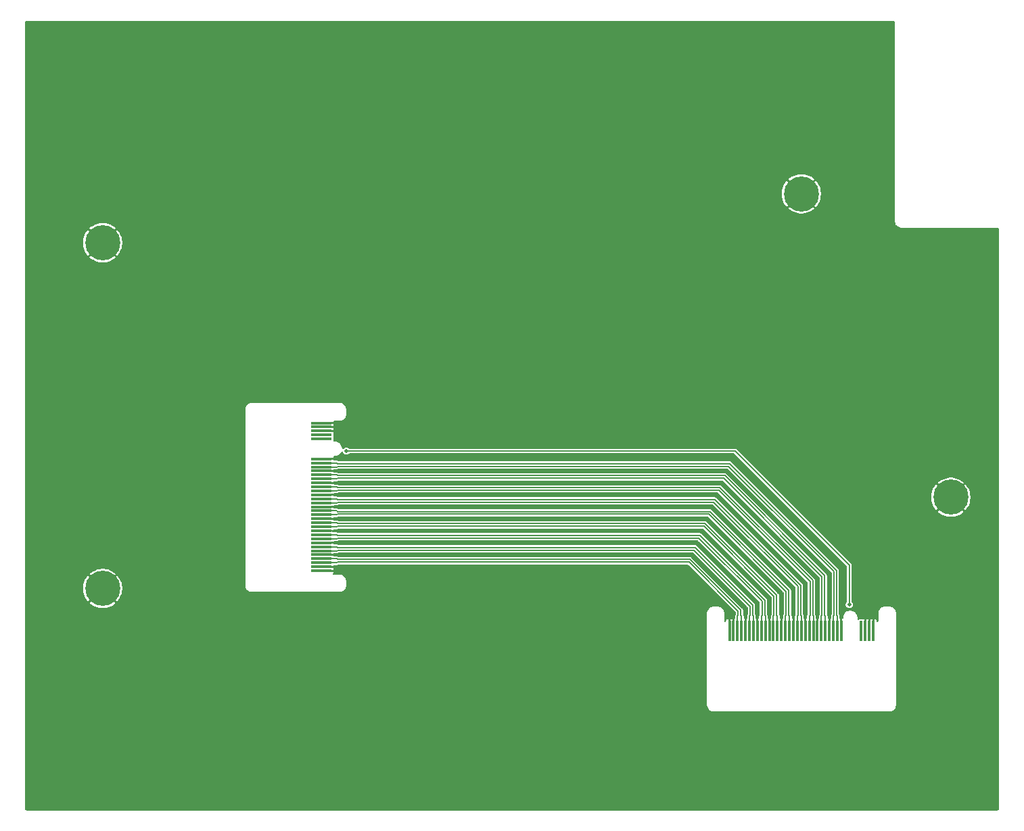
<source format=gbr>
%TF.GenerationSoftware,KiCad,Pcbnew,9.0.0*%
%TF.CreationDate,2025-02-24T00:41:41-05:00*%
%TF.ProjectId,Interposer_Board_JoneyTech,496e7465-7270-46f7-9365-725f426f6172,rev?*%
%TF.SameCoordinates,Original*%
%TF.FileFunction,Copper,L1,Top*%
%TF.FilePolarity,Positive*%
%FSLAX46Y46*%
G04 Gerber Fmt 4.6, Leading zero omitted, Abs format (unit mm)*
G04 Created by KiCad (PCBNEW 9.0.0) date 2025-02-24 00:41:41*
%MOMM*%
%LPD*%
G01*
G04 APERTURE LIST*
%TA.AperFunction,SMDPad,CuDef*%
%ADD10R,2.500000X0.350000*%
%TD*%
%TA.AperFunction,ComponentPad*%
%ADD11C,0.700000*%
%TD*%
%TA.AperFunction,ComponentPad*%
%ADD12C,4.400000*%
%TD*%
%TA.AperFunction,SMDPad,CuDef*%
%ADD13R,0.350000X2.500000*%
%TD*%
%TA.AperFunction,ViaPad*%
%ADD14C,0.508000*%
%TD*%
%TA.AperFunction,Conductor*%
%ADD15C,0.152400*%
%TD*%
%TA.AperFunction,Conductor*%
%ADD16C,0.176440*%
%TD*%
G04 APERTURE END LIST*
D10*
%TO.P,J1,1,1*%
%TO.N,GND*%
X107188600Y-89553600D03*
%TO.P,J1,3,3*%
X107188600Y-89053600D03*
%TO.P,J1,5,5*%
%TO.N,/TX3_N*%
X107188600Y-88553600D03*
%TO.P,J1,7,7*%
%TO.N,/TX3_P*%
X107188600Y-88053600D03*
%TO.P,J1,9,9*%
%TO.N,GND*%
X107188600Y-87553600D03*
%TO.P,J1,11,11*%
%TO.N,/RX3_N*%
X107188600Y-87053600D03*
%TO.P,J1,13,13*%
%TO.N,/RX3_P*%
X107188600Y-86553600D03*
%TO.P,J1,15,15*%
%TO.N,GND*%
X107188600Y-86053600D03*
%TO.P,J1,17,17*%
%TO.N,/TX2_N*%
X107188600Y-85553600D03*
%TO.P,J1,19,19*%
%TO.N,/TX2_P*%
X107188600Y-85053600D03*
%TO.P,J1,21,21*%
%TO.N,GND*%
X107188600Y-84553600D03*
%TO.P,J1,23,23*%
%TO.N,/RX2_N*%
X107188600Y-84053600D03*
%TO.P,J1,25,25*%
%TO.N,/RX2_P*%
X107188600Y-83553600D03*
%TO.P,J1,27,27*%
%TO.N,GND*%
X107188600Y-83053600D03*
%TO.P,J1,29,29*%
%TO.N,/TX1_N*%
X107188600Y-82553600D03*
%TO.P,J1,31,31*%
%TO.N,/TX1_P*%
X107188600Y-82053600D03*
%TO.P,J1,33,33*%
%TO.N,GND*%
X107188600Y-81553600D03*
%TO.P,J1,35,35*%
%TO.N,/RX1_N*%
X107188600Y-81053600D03*
%TO.P,J1,37,37*%
%TO.N,/RX1_P*%
X107188600Y-80553600D03*
%TO.P,J1,39,39*%
%TO.N,GND*%
X107188600Y-80053600D03*
%TO.P,J1,41,41*%
%TO.N,/TX0_N*%
X107188600Y-79553600D03*
%TO.P,J1,43,43*%
%TO.N,/TX0_P*%
X107188600Y-79053600D03*
%TO.P,J1,45,45*%
%TO.N,GND*%
X107188600Y-78553600D03*
%TO.P,J1,47,47*%
%TO.N,/RX0_N*%
X107188600Y-78053600D03*
%TO.P,J1,49,49*%
%TO.N,/RX0_P*%
X107188600Y-77553600D03*
%TO.P,J1,51,51*%
%TO.N,GND*%
X107188600Y-77053600D03*
%TO.P,J1,53,53*%
%TO.N,/REFCLK_N*%
X107188600Y-76553600D03*
%TO.P,J1,55,55*%
%TO.N,/REFCLK_P*%
X107188600Y-76053600D03*
%TO.P,J1,57,57*%
%TO.N,GND*%
X107188600Y-75553600D03*
%TO.P,J1,67,67*%
%TO.N,unconnected-(J1-Pad67)*%
X107188600Y-73053600D03*
%TO.P,J1,69,69*%
%TO.N,unconnected-(J1-Pad69)*%
X107188600Y-72553600D03*
%TO.P,J1,71,71*%
%TO.N,GND*%
X107188600Y-72053600D03*
%TO.P,J1,73,73*%
X107188600Y-71553600D03*
%TO.P,J1,75,75*%
X107188600Y-71053600D03*
%TD*%
D11*
%TO.P,H2,1,1*%
%TO.N,GND*%
X165601100Y-42353600D03*
X166084374Y-41186874D03*
X166084374Y-43520326D03*
X167251100Y-40703600D03*
D12*
X167251100Y-42353600D03*
D11*
X167251100Y-44003600D03*
X168417826Y-41186874D03*
X168417826Y-43520326D03*
X168901100Y-42353600D03*
%TD*%
%TO.P,H4,1,1*%
%TO.N,GND*%
X78126100Y-91778600D03*
X78609374Y-90611874D03*
X78609374Y-92945326D03*
X79776100Y-90128600D03*
D12*
X79776100Y-91778600D03*
D11*
X79776100Y-93428600D03*
X80942826Y-90611874D03*
X80942826Y-92945326D03*
X81426100Y-91778600D03*
%TD*%
%TO.P,H1,1,1*%
%TO.N,GND*%
X184301100Y-80353600D03*
X184784374Y-79186874D03*
X184784374Y-81520326D03*
X185951100Y-78703600D03*
D12*
X185951100Y-80353600D03*
D11*
X185951100Y-82003600D03*
X187117826Y-79186874D03*
X187117826Y-81520326D03*
X187601100Y-80353600D03*
%TD*%
%TO.P,H3,1,1*%
%TO.N,GND*%
X78126100Y-48478600D03*
X78609374Y-47311874D03*
X78609374Y-49645326D03*
X79776100Y-46828600D03*
D12*
X79776100Y-48478600D03*
D11*
X79776100Y-50128600D03*
X80942826Y-47311874D03*
X80942826Y-49645326D03*
X81426100Y-48478600D03*
%TD*%
D13*
%TO.P,J2,2,2*%
%TO.N,GND*%
X158251100Y-97103600D03*
%TO.P,J2,4,4*%
X158751100Y-97103600D03*
%TO.P,J2,6,6*%
%TO.N,/TX3_N*%
X159251100Y-97103600D03*
%TO.P,J2,8,8*%
%TO.N,/TX3_P*%
X159751100Y-97103600D03*
%TO.P,J2,10,10*%
%TO.N,GND*%
X160251100Y-97103600D03*
%TO.P,J2,12,12*%
%TO.N,/RX3_N*%
X160751100Y-97103600D03*
%TO.P,J2,14,14*%
%TO.N,/RX3_P*%
X161251100Y-97103600D03*
%TO.P,J2,16,16*%
%TO.N,GND*%
X161751100Y-97103600D03*
%TO.P,J2,18,18*%
%TO.N,/TX2_N*%
X162251100Y-97103600D03*
%TO.P,J2,20,20*%
%TO.N,/TX2_P*%
X162751100Y-97103600D03*
%TO.P,J2,22,22*%
%TO.N,GND*%
X163251100Y-97103600D03*
%TO.P,J2,24,24*%
%TO.N,/RX2_N*%
X163751100Y-97103600D03*
%TO.P,J2,26,26*%
%TO.N,/RX2_P*%
X164251100Y-97103600D03*
%TO.P,J2,28,28*%
%TO.N,GND*%
X164751100Y-97103600D03*
%TO.P,J2,30,30*%
%TO.N,/TX1_N*%
X165251100Y-97103600D03*
%TO.P,J2,32,32*%
%TO.N,/TX1_P*%
X165751100Y-97103600D03*
%TO.P,J2,34,34*%
%TO.N,GND*%
X166251100Y-97103600D03*
%TO.P,J2,36,36*%
%TO.N,/RX1_N*%
X166751100Y-97103600D03*
%TO.P,J2,38,38*%
%TO.N,/RX1_P*%
X167251100Y-97103600D03*
%TO.P,J2,40,40*%
%TO.N,GND*%
X167751100Y-97103600D03*
%TO.P,J2,42,42*%
%TO.N,/TX0_N*%
X168251100Y-97103600D03*
%TO.P,J2,44,44*%
%TO.N,/TX0_P*%
X168751100Y-97103600D03*
%TO.P,J2,46,46*%
%TO.N,GND*%
X169251100Y-97103600D03*
%TO.P,J2,48,48*%
%TO.N,/RX0_N*%
X169751100Y-97103600D03*
%TO.P,J2,50,50*%
%TO.N,/RX0_P*%
X170251100Y-97103600D03*
%TO.P,J2,52,52*%
%TO.N,GND*%
X170751100Y-97103600D03*
%TO.P,J2,54,54*%
%TO.N,/REFCLK_N*%
X171251100Y-97103600D03*
%TO.P,J2,56,56*%
%TO.N,/REFCLK_P*%
X171751100Y-97103600D03*
%TO.P,J2,58,58*%
%TO.N,GND*%
X172251100Y-97103600D03*
%TO.P,J2,68,68*%
%TO.N,unconnected-(J2-Pad68)*%
X174751100Y-97103600D03*
%TO.P,J2,70,70*%
%TO.N,GND*%
X175251100Y-97103600D03*
%TO.P,J2,72,72*%
X175751100Y-97103600D03*
%TO.P,J2,74,74*%
X176251100Y-97103600D03*
%TD*%
D14*
%TO.N,GND*%
X73276100Y-29378600D03*
X130776100Y-71878600D03*
X140776100Y-71878600D03*
X110776100Y-71878600D03*
X115776100Y-71878600D03*
X125776100Y-71878600D03*
X120776100Y-71878600D03*
X150776100Y-71878600D03*
X135776100Y-71878600D03*
X155776100Y-71878600D03*
X145776100Y-71878600D03*
X133276100Y-69378600D03*
X113276100Y-69378600D03*
X118276100Y-69378600D03*
X128276100Y-69378600D03*
X123276100Y-69378600D03*
X153276100Y-69378600D03*
X138276100Y-69378600D03*
X143276100Y-69378600D03*
X148276100Y-69378600D03*
X158276100Y-69378600D03*
X163276100Y-74378600D03*
X160776100Y-71878600D03*
X163276100Y-69378600D03*
X165776100Y-71878600D03*
X168276100Y-74378600D03*
X165776100Y-76878600D03*
X168276100Y-79378600D03*
X173276100Y-79378600D03*
X178276100Y-79378600D03*
X170776100Y-71878600D03*
X168276100Y-69378600D03*
X173276100Y-69378600D03*
X178276100Y-69378600D03*
X175776100Y-71878600D03*
X173276100Y-74378600D03*
X178276100Y-74378600D03*
X170776100Y-76878600D03*
X175776100Y-76878600D03*
X170776100Y-81878600D03*
X173276100Y-84378600D03*
X175776100Y-81878600D03*
X178276100Y-84378600D03*
X175776100Y-86878600D03*
X178276100Y-89378600D03*
X175776100Y-91878600D03*
X135776100Y-91878600D03*
X125776100Y-91878600D03*
X130776100Y-91878600D03*
X150776100Y-91878600D03*
X115776100Y-91878600D03*
X120776100Y-91878600D03*
X110776100Y-91878600D03*
X140776100Y-91878600D03*
X145776100Y-91878600D03*
X185776100Y-116378600D03*
X180776100Y-116378600D03*
X175776100Y-116378600D03*
X170776100Y-116378600D03*
X165776100Y-116378600D03*
X160776100Y-116378600D03*
X155776100Y-116378600D03*
X150776100Y-116378600D03*
X145776100Y-116378600D03*
X140776100Y-116378600D03*
X135776100Y-116378600D03*
X130776100Y-116378600D03*
X125776100Y-116378600D03*
X120776100Y-116378600D03*
X115776100Y-116378600D03*
X110776100Y-116378600D03*
X105776100Y-116378600D03*
X100776100Y-116378600D03*
X95776100Y-116378600D03*
X90776100Y-116378600D03*
X85776100Y-116378600D03*
X80776100Y-116378600D03*
X75776100Y-116378600D03*
X188276100Y-74378600D03*
X188276100Y-69378600D03*
X188276100Y-84378600D03*
X188276100Y-89378600D03*
X185776100Y-86878600D03*
X185776100Y-91878600D03*
X185776100Y-76878600D03*
X185776100Y-71878600D03*
X183276100Y-69378600D03*
X183276100Y-74378600D03*
X183276100Y-89378600D03*
X183276100Y-84378600D03*
X180776100Y-76878600D03*
X180776100Y-71878600D03*
X180776100Y-91878600D03*
X180776100Y-86878600D03*
X180776100Y-81878600D03*
X188276100Y-49378600D03*
X188276100Y-64378600D03*
X188276100Y-59378600D03*
X188276100Y-54378600D03*
X183276100Y-49378600D03*
X185776100Y-56878600D03*
X185776100Y-66878600D03*
X185776100Y-51878600D03*
X185776100Y-61878600D03*
X183276100Y-64378600D03*
X183276100Y-59378600D03*
X183276100Y-54378600D03*
X178276100Y-49378600D03*
X180776100Y-56878600D03*
X180776100Y-66878600D03*
X180776100Y-51878600D03*
X180776100Y-61878600D03*
X178276100Y-64378600D03*
X178276100Y-59378600D03*
X178276100Y-54378600D03*
X175776100Y-26878600D03*
X175776100Y-41878600D03*
X175776100Y-61878600D03*
X175776100Y-56878600D03*
X175776100Y-36878600D03*
X175776100Y-51878600D03*
X175776100Y-31878600D03*
X175776100Y-46878600D03*
X175776100Y-66878600D03*
X173276100Y-59378600D03*
X173276100Y-54378600D03*
X173276100Y-34378600D03*
X170776100Y-36878600D03*
X173276100Y-64378600D03*
X170776100Y-51878600D03*
X173276100Y-44378600D03*
X170776100Y-31878600D03*
X170776100Y-46878600D03*
X170776100Y-66878600D03*
X173276100Y-29378600D03*
X173276100Y-39378600D03*
X170776100Y-56878600D03*
X173276100Y-24378600D03*
X173276100Y-49378600D03*
X170776100Y-26878600D03*
X170776100Y-61878600D03*
X170776100Y-41878600D03*
X168276100Y-59378600D03*
X168276100Y-54378600D03*
X168276100Y-34378600D03*
X168276100Y-64378600D03*
X165776100Y-51878600D03*
X165776100Y-31878600D03*
X165776100Y-46878600D03*
X165776100Y-66878600D03*
X168276100Y-29378600D03*
X165776100Y-56878600D03*
X168276100Y-24378600D03*
X168276100Y-49378600D03*
X165776100Y-26878600D03*
X165776100Y-61878600D03*
X163276100Y-59378600D03*
X163276100Y-54378600D03*
X163276100Y-34378600D03*
X163276100Y-64378600D03*
X160776100Y-51878600D03*
X163276100Y-44378600D03*
X160776100Y-31878600D03*
X160776100Y-46878600D03*
X160776100Y-66878600D03*
X163276100Y-29378600D03*
X163276100Y-39378600D03*
X160776100Y-56878600D03*
X163276100Y-24378600D03*
X163276100Y-49378600D03*
X160776100Y-26878600D03*
X160776100Y-61878600D03*
X160776100Y-41878600D03*
X158276100Y-59378600D03*
X158276100Y-54378600D03*
X158276100Y-34378600D03*
X158276100Y-64378600D03*
X155776100Y-51878600D03*
X158276100Y-44378600D03*
X155776100Y-31878600D03*
X155776100Y-46878600D03*
X155776100Y-66878600D03*
X158276100Y-29378600D03*
X158276100Y-39378600D03*
X155776100Y-56878600D03*
X158276100Y-24378600D03*
X158276100Y-49378600D03*
X155776100Y-61878600D03*
X155776100Y-41878600D03*
X153276100Y-59378600D03*
X153276100Y-54378600D03*
X153276100Y-34378600D03*
X153276100Y-64378600D03*
X150776100Y-51878600D03*
X153276100Y-44378600D03*
X150776100Y-31878600D03*
X150776100Y-46878600D03*
X150776100Y-66878600D03*
X153276100Y-29378600D03*
X153276100Y-39378600D03*
X150776100Y-56878600D03*
X153276100Y-24378600D03*
X153276100Y-49378600D03*
X150776100Y-61878600D03*
X150776100Y-41878600D03*
X148276100Y-59378600D03*
X148276100Y-54378600D03*
X148276100Y-34378600D03*
X148276100Y-64378600D03*
X145776100Y-51878600D03*
X148276100Y-44378600D03*
X145776100Y-31878600D03*
X145776100Y-46878600D03*
X145776100Y-66878600D03*
X148276100Y-29378600D03*
X148276100Y-39378600D03*
X145776100Y-56878600D03*
X148276100Y-24378600D03*
X148276100Y-49378600D03*
X145776100Y-61878600D03*
X145776100Y-41878600D03*
X143276100Y-59378600D03*
X143276100Y-54378600D03*
X143276100Y-34378600D03*
X143276100Y-64378600D03*
X140776100Y-51878600D03*
X143276100Y-44378600D03*
X140776100Y-31878600D03*
X140776100Y-46878600D03*
X140776100Y-66878600D03*
X143276100Y-29378600D03*
X143276100Y-39378600D03*
X140776100Y-56878600D03*
X143276100Y-24378600D03*
X143276100Y-49378600D03*
X140776100Y-61878600D03*
X140776100Y-41878600D03*
X138276100Y-59378600D03*
X138276100Y-54378600D03*
X138276100Y-34378600D03*
X138276100Y-64378600D03*
X135776100Y-51878600D03*
X138276100Y-44378600D03*
X135776100Y-31878600D03*
X135776100Y-46878600D03*
X135776100Y-66878600D03*
X138276100Y-29378600D03*
X138276100Y-39378600D03*
X135776100Y-56878600D03*
X138276100Y-24378600D03*
X138276100Y-49378600D03*
X135776100Y-61878600D03*
X135776100Y-41878600D03*
X133276100Y-59378600D03*
X133276100Y-54378600D03*
X133276100Y-34378600D03*
X133276100Y-64378600D03*
X130776100Y-51878600D03*
X133276100Y-44378600D03*
X130776100Y-46878600D03*
X130776100Y-66878600D03*
X133276100Y-29378600D03*
X133276100Y-39378600D03*
X130776100Y-56878600D03*
X133276100Y-24378600D03*
X133276100Y-49378600D03*
X130776100Y-61878600D03*
X130776100Y-41878600D03*
X128276100Y-59378600D03*
X128276100Y-54378600D03*
X128276100Y-34378600D03*
X128276100Y-64378600D03*
X125776100Y-51878600D03*
X128276100Y-44378600D03*
X125776100Y-46878600D03*
X125776100Y-66878600D03*
X128276100Y-39378600D03*
X125776100Y-56878600D03*
X128276100Y-24378600D03*
X128276100Y-49378600D03*
X125776100Y-61878600D03*
X125776100Y-41878600D03*
X123276100Y-59378600D03*
X123276100Y-54378600D03*
X123276100Y-34378600D03*
X123276100Y-64378600D03*
X120776100Y-51878600D03*
X123276100Y-44378600D03*
X120776100Y-46878600D03*
X120776100Y-66878600D03*
X123276100Y-39378600D03*
X120776100Y-56878600D03*
X123276100Y-24378600D03*
X123276100Y-49378600D03*
X120776100Y-61878600D03*
X120776100Y-41878600D03*
X118276100Y-59378600D03*
X118276100Y-54378600D03*
X118276100Y-64378600D03*
X115776100Y-51878600D03*
X118276100Y-44378600D03*
X115776100Y-46878600D03*
X115776100Y-66878600D03*
X118276100Y-39378600D03*
X115776100Y-56878600D03*
X118276100Y-24378600D03*
X118276100Y-49378600D03*
X115776100Y-61878600D03*
X115776100Y-41878600D03*
X113276100Y-59378600D03*
X113276100Y-54378600D03*
X113276100Y-64378600D03*
X110776100Y-51878600D03*
X113276100Y-44378600D03*
X110776100Y-46878600D03*
X110776100Y-66878600D03*
X113276100Y-39378600D03*
X110776100Y-56878600D03*
X113276100Y-24378600D03*
X113276100Y-49378600D03*
X110776100Y-61878600D03*
X110776100Y-41878600D03*
X108276100Y-59378600D03*
X108276100Y-54378600D03*
X108276100Y-64378600D03*
X105776100Y-51878600D03*
X108276100Y-44378600D03*
X105776100Y-46878600D03*
X105776100Y-66878600D03*
X108276100Y-39378600D03*
X105776100Y-56878600D03*
X108276100Y-24378600D03*
X108276100Y-49378600D03*
X105776100Y-61878600D03*
X105776100Y-41878600D03*
X185776100Y-96878600D03*
X185776100Y-101878600D03*
X188276100Y-109378600D03*
X188276100Y-99378600D03*
X188276100Y-94378600D03*
X185776100Y-111878600D03*
X188276100Y-104378600D03*
X188276100Y-114378600D03*
X185776100Y-106878600D03*
X180776100Y-96878600D03*
X180776100Y-101878600D03*
X183276100Y-109378600D03*
X183276100Y-99378600D03*
X183276100Y-94378600D03*
X180776100Y-111878600D03*
X183276100Y-104378600D03*
X183276100Y-114378600D03*
X180776100Y-106878600D03*
X178276100Y-109378600D03*
X175776100Y-111878600D03*
X178276100Y-114378600D03*
X173276100Y-109378600D03*
X170776100Y-111878600D03*
X173276100Y-114378600D03*
X168276100Y-109378600D03*
X165776100Y-111878600D03*
X168276100Y-114378600D03*
X163276100Y-109378600D03*
X160776100Y-111878600D03*
X163276100Y-114378600D03*
X158276100Y-109378600D03*
X155776100Y-111878600D03*
X158276100Y-114378600D03*
X150776100Y-111878600D03*
X153276100Y-99378600D03*
X153276100Y-94378600D03*
X150776100Y-96878600D03*
X153276100Y-104378600D03*
X153276100Y-109378600D03*
X150776100Y-106878600D03*
X150776100Y-101878600D03*
X153276100Y-114378600D03*
X145776100Y-111878600D03*
X148276100Y-99378600D03*
X148276100Y-94378600D03*
X145776100Y-96878600D03*
X148276100Y-104378600D03*
X148276100Y-109378600D03*
X145776100Y-106878600D03*
X145776100Y-101878600D03*
X148276100Y-114378600D03*
X140776100Y-111878600D03*
X143276100Y-99378600D03*
X143276100Y-94378600D03*
X140776100Y-96878600D03*
X143276100Y-104378600D03*
X143276100Y-109378600D03*
X140776100Y-106878600D03*
X140776100Y-101878600D03*
X143276100Y-114378600D03*
X135776100Y-111878600D03*
X138276100Y-99378600D03*
X138276100Y-94378600D03*
X135776100Y-96878600D03*
X138276100Y-104378600D03*
X138276100Y-109378600D03*
X135776100Y-106878600D03*
X135776100Y-101878600D03*
X138276100Y-114378600D03*
X130776100Y-111878600D03*
X133276100Y-99378600D03*
X133276100Y-94378600D03*
X130776100Y-96878600D03*
X133276100Y-104378600D03*
X133276100Y-109378600D03*
X130776100Y-106878600D03*
X130776100Y-101878600D03*
X133276100Y-114378600D03*
X125776100Y-111878600D03*
X128276100Y-99378600D03*
X128276100Y-94378600D03*
X125776100Y-96878600D03*
X128276100Y-104378600D03*
X128276100Y-109378600D03*
X125776100Y-106878600D03*
X125776100Y-101878600D03*
X128276100Y-114378600D03*
X120776100Y-111878600D03*
X123276100Y-99378600D03*
X123276100Y-94378600D03*
X120776100Y-96878600D03*
X123276100Y-104378600D03*
X123276100Y-109378600D03*
X120776100Y-106878600D03*
X120776100Y-101878600D03*
X123276100Y-114378600D03*
X115776100Y-111878600D03*
X118276100Y-99378600D03*
X118276100Y-94378600D03*
X115776100Y-96878600D03*
X118276100Y-104378600D03*
X118276100Y-109378600D03*
X115776100Y-106878600D03*
X115776100Y-101878600D03*
X118276100Y-114378600D03*
X110776100Y-111878600D03*
X113276100Y-99378600D03*
X113276100Y-94378600D03*
X110776100Y-96878600D03*
X113276100Y-104378600D03*
X113276100Y-109378600D03*
X110776100Y-106878600D03*
X110776100Y-101878600D03*
X113276100Y-114378600D03*
X105776100Y-111878600D03*
X108276100Y-99378600D03*
X108276100Y-94378600D03*
X105776100Y-96878600D03*
X108276100Y-104378600D03*
X108276100Y-109378600D03*
X105776100Y-106878600D03*
X105776100Y-101878600D03*
X108276100Y-114378600D03*
X100776100Y-101878600D03*
X100776100Y-46878600D03*
X103276100Y-114378600D03*
X100776100Y-66878600D03*
X100776100Y-111878600D03*
X100776100Y-51878600D03*
X103276100Y-94378600D03*
X103276100Y-99378600D03*
X100776100Y-96878600D03*
X103276100Y-44378600D03*
X103276100Y-64378600D03*
X103276100Y-54378600D03*
X103276100Y-59378600D03*
X100776100Y-56878600D03*
X100776100Y-61878600D03*
X100776100Y-41878600D03*
X103276100Y-39378600D03*
X103276100Y-49378600D03*
X103276100Y-24378600D03*
X100776100Y-106878600D03*
X103276100Y-104378600D03*
X103276100Y-109378600D03*
X95776100Y-101878600D03*
X95776100Y-76878600D03*
X95776100Y-46878600D03*
X95776100Y-91878600D03*
X98276100Y-114378600D03*
X95776100Y-66878600D03*
X95776100Y-111878600D03*
X95776100Y-51878600D03*
X98276100Y-94378600D03*
X98276100Y-99378600D03*
X95776100Y-96878600D03*
X98276100Y-44378600D03*
X98276100Y-64378600D03*
X95776100Y-86878600D03*
X98276100Y-54378600D03*
X98276100Y-59378600D03*
X95776100Y-81878600D03*
X95776100Y-56878600D03*
X95776100Y-61878600D03*
X95776100Y-41878600D03*
X95776100Y-71878600D03*
X98276100Y-39378600D03*
X98276100Y-49378600D03*
X98276100Y-24378600D03*
X95776100Y-106878600D03*
X98276100Y-104378600D03*
X98276100Y-109378600D03*
X93276100Y-74378600D03*
X93276100Y-104378600D03*
X93276100Y-84378600D03*
X90776100Y-106878600D03*
X93276100Y-109378600D03*
X93276100Y-79378600D03*
X93276100Y-114378600D03*
X93276100Y-99378600D03*
X90776100Y-96878600D03*
X93276100Y-89378600D03*
X90776100Y-111878600D03*
X93276100Y-94378600D03*
X90776100Y-101878600D03*
X90776100Y-91878600D03*
X90776100Y-46878600D03*
X90776100Y-66878600D03*
X90776100Y-76878600D03*
X90776100Y-51878600D03*
X90776100Y-61878600D03*
X90776100Y-86878600D03*
X90776100Y-41878600D03*
X90776100Y-71878600D03*
X93276100Y-54378600D03*
X90776100Y-81878600D03*
X90776100Y-56878600D03*
X93276100Y-44378600D03*
X93276100Y-59378600D03*
X93276100Y-64378600D03*
X93276100Y-24378600D03*
X93276100Y-39378600D03*
X93276100Y-69378600D03*
X93276100Y-49378600D03*
X88276100Y-74378600D03*
X88276100Y-104378600D03*
X88276100Y-84378600D03*
X85776100Y-106878600D03*
X88276100Y-109378600D03*
X88276100Y-79378600D03*
X88276100Y-114378600D03*
X88276100Y-99378600D03*
X85776100Y-96878600D03*
X88276100Y-89378600D03*
X85776100Y-111878600D03*
X88276100Y-94378600D03*
X85776100Y-101878600D03*
X85776100Y-91878600D03*
X85776100Y-46878600D03*
X85776100Y-66878600D03*
X85776100Y-76878600D03*
X85776100Y-51878600D03*
X85776100Y-61878600D03*
X85776100Y-86878600D03*
X85776100Y-41878600D03*
X85776100Y-71878600D03*
X88276100Y-54378600D03*
X85776100Y-81878600D03*
X85776100Y-56878600D03*
X88276100Y-44378600D03*
X88276100Y-59378600D03*
X88276100Y-64378600D03*
X88276100Y-24378600D03*
X88276100Y-69378600D03*
X88276100Y-49378600D03*
X83276100Y-114378600D03*
X83276100Y-104378600D03*
X83276100Y-94378600D03*
X83276100Y-109378600D03*
X83276100Y-99378600D03*
X83276100Y-89378600D03*
X83276100Y-44378600D03*
X83276100Y-64378600D03*
X83276100Y-74378600D03*
X83276100Y-49378600D03*
X83276100Y-59378600D03*
X83276100Y-84378600D03*
X83276100Y-69378600D03*
X83276100Y-24378600D03*
X83276100Y-79378600D03*
X83276100Y-54378600D03*
X80776100Y-106878600D03*
X80776100Y-96878600D03*
X80776100Y-111878600D03*
X80776100Y-101878600D03*
X80776100Y-66878600D03*
X80776100Y-76878600D03*
X80776100Y-51878600D03*
X80776100Y-61878600D03*
X80776100Y-86878600D03*
X80776100Y-71878600D03*
X80776100Y-81878600D03*
X80776100Y-56878600D03*
X75776100Y-46878600D03*
X75776100Y-91878600D03*
X78276100Y-84378600D03*
X78276100Y-114378600D03*
X78276100Y-104378600D03*
X78276100Y-109378600D03*
X78276100Y-99378600D03*
X78276100Y-79378600D03*
X78276100Y-69378600D03*
X78276100Y-74378600D03*
X78276100Y-64378600D03*
X78276100Y-44378600D03*
X78276100Y-54378600D03*
X78276100Y-59378600D03*
X73276100Y-24378600D03*
X73276100Y-64378600D03*
X73276100Y-59378600D03*
X73276100Y-34378600D03*
X78276100Y-24378600D03*
X73276100Y-44378600D03*
X73276100Y-39378600D03*
X73276100Y-69378600D03*
X73276100Y-49378600D03*
X73276100Y-54378600D03*
X75776100Y-56878600D03*
X75776100Y-61878600D03*
X75776100Y-76878600D03*
X75776100Y-86878600D03*
X75776100Y-71878600D03*
X75776100Y-81878600D03*
X75776100Y-66878600D03*
X75776100Y-51878600D03*
X73276100Y-74378600D03*
X73276100Y-79378600D03*
X73276100Y-94378600D03*
X73276100Y-114378600D03*
X73276100Y-104378600D03*
X73276100Y-99378600D03*
X73276100Y-84378600D03*
X75776100Y-106878600D03*
X75776100Y-96878600D03*
X75776100Y-101878600D03*
X75776100Y-111878600D03*
X73276100Y-89378600D03*
X73276100Y-109378600D03*
X152878282Y-89131229D03*
X156259248Y-86004306D03*
X160638461Y-88284503D03*
X170026100Y-89128600D03*
X168221502Y-89492714D03*
%TO.N,/PERST#*%
X173246100Y-93768600D03*
X110296100Y-74558600D03*
%TO.N,GND*%
X178276100Y-23378600D03*
X178276100Y-25378600D03*
X178276100Y-27378600D03*
X178276100Y-29378600D03*
X178276100Y-31378600D03*
X178276100Y-33378600D03*
X178276100Y-35378600D03*
X178276100Y-37378600D03*
X178276100Y-39378600D03*
X178276100Y-45378600D03*
X178276100Y-41378600D03*
X178276100Y-43378600D03*
X179361885Y-46964386D03*
X183361885Y-46964386D03*
X181361886Y-46964386D03*
X187361885Y-46964386D03*
X185361886Y-46964386D03*
X189361886Y-46964386D03*
X190776100Y-50378600D03*
X190776100Y-48378600D03*
X190776100Y-54378600D03*
X190776100Y-52378600D03*
X190776100Y-58378600D03*
X190776100Y-56378600D03*
X190776100Y-62378600D03*
X190776100Y-60378600D03*
X190776100Y-66378600D03*
X190776100Y-64378600D03*
X190776100Y-70378600D03*
X190776100Y-68378600D03*
X190776100Y-74378600D03*
X190776100Y-72378600D03*
X190776100Y-78378600D03*
X190776100Y-76378600D03*
X190776100Y-82378600D03*
X190776100Y-80378600D03*
X190776100Y-86378600D03*
X190776100Y-84378600D03*
X190776100Y-90378600D03*
X190776100Y-88378600D03*
X190776100Y-94378600D03*
X190776100Y-92378600D03*
X190776100Y-98378600D03*
X190776100Y-96378600D03*
X190776100Y-102378600D03*
X190776100Y-100378600D03*
X190776100Y-106378600D03*
X190776100Y-104378600D03*
X190776100Y-110378600D03*
X190776100Y-108378600D03*
X190776100Y-114378600D03*
X190776100Y-112378600D03*
X190776100Y-116378600D03*
X70776100Y-42378600D03*
X70776100Y-32378600D03*
X70776100Y-30378600D03*
X70776100Y-36378600D03*
X70776100Y-34378600D03*
X70776100Y-40378600D03*
X70776100Y-56378600D03*
X70776100Y-38378600D03*
X70776100Y-44378600D03*
X70776100Y-54378600D03*
X70776100Y-60378600D03*
X70776100Y-58378600D03*
X70776100Y-62378600D03*
X70776100Y-64378600D03*
X70776100Y-28378600D03*
X70776100Y-26378600D03*
X70776100Y-52378600D03*
X70776100Y-48378600D03*
X70776100Y-46378600D03*
X70776100Y-24378600D03*
X70776100Y-50378600D03*
X70776100Y-86378600D03*
X70776100Y-100378600D03*
X70776100Y-90378600D03*
X70776100Y-94378600D03*
X70776100Y-104378600D03*
X70776100Y-102378600D03*
X70776100Y-110378600D03*
X70776100Y-68378600D03*
X70776100Y-80378600D03*
X70776100Y-116378600D03*
X70776100Y-66378600D03*
X70776100Y-96378600D03*
X70776100Y-72378600D03*
X70776100Y-70378600D03*
X70776100Y-76378600D03*
X70776100Y-88378600D03*
X70776100Y-74378600D03*
X70776100Y-106378600D03*
X70776100Y-78378600D03*
X70776100Y-84378600D03*
X70776100Y-82378600D03*
X70776100Y-98378600D03*
X70776100Y-108378600D03*
X70776100Y-112378600D03*
X70776100Y-114378600D03*
X70776100Y-92378600D03*
X177776100Y-21378600D03*
X175776100Y-22128600D03*
X136526100Y-21378600D03*
X132776100Y-21378600D03*
X138276100Y-22128600D03*
X153276100Y-22128600D03*
X151526100Y-21378600D03*
X174026100Y-21378600D03*
X168276100Y-22128600D03*
X166526100Y-21378600D03*
X155276100Y-21378600D03*
X172026100Y-22128600D03*
X149526100Y-22128600D03*
X144026100Y-21378600D03*
X142026100Y-22128600D03*
X127026100Y-22128600D03*
X162776100Y-21378600D03*
X159026100Y-21378600D03*
X140276100Y-21378600D03*
X130776100Y-22128600D03*
X129026100Y-21378600D03*
X164526100Y-22128600D03*
X160776100Y-22128600D03*
X123276100Y-22128600D03*
X147776100Y-21378600D03*
X170276100Y-21378600D03*
X145776100Y-22128600D03*
X134526100Y-22128600D03*
X157026100Y-22128600D03*
X112026100Y-22128600D03*
X85776100Y-22128600D03*
X114026100Y-21378600D03*
X108276100Y-22128600D03*
X115776100Y-22128600D03*
X97026100Y-22128600D03*
X91526100Y-21378600D03*
X110276100Y-21378600D03*
X117776100Y-21378600D03*
X99026100Y-21378600D03*
X102776100Y-21378600D03*
X100776100Y-22128600D03*
X125276100Y-21378600D03*
X95276100Y-21378600D03*
X119526100Y-22128600D03*
X104526100Y-22128600D03*
X82026100Y-22128600D03*
X87776100Y-21378600D03*
X93276100Y-22128600D03*
X121526100Y-21378600D03*
X84026100Y-21378600D03*
X106526100Y-21378600D03*
X89526100Y-22128600D03*
X74526100Y-22128600D03*
X72526100Y-21378600D03*
X70776100Y-22128600D03*
X78276100Y-22128600D03*
X80276100Y-21378600D03*
X76526100Y-21378600D03*
X190776100Y-118878600D03*
X187026100Y-118878600D03*
X189026100Y-118128600D03*
X183276100Y-118878600D03*
X185276100Y-118128600D03*
X179526100Y-118878600D03*
X181526100Y-118128600D03*
X175776100Y-118878600D03*
X177776100Y-118128600D03*
X172026100Y-118878600D03*
X174026100Y-118128600D03*
X168276100Y-118878600D03*
X170276100Y-118128600D03*
X164526100Y-118878600D03*
X166526100Y-118128600D03*
X160776100Y-118878600D03*
X162776100Y-118128600D03*
X157026100Y-118878600D03*
X159026100Y-118128600D03*
X153276100Y-118878600D03*
X155276100Y-118128600D03*
X149526100Y-118878600D03*
X151526100Y-118128600D03*
X145776100Y-118878600D03*
X147776100Y-118128600D03*
X142026100Y-118878600D03*
X144026100Y-118128600D03*
X138276100Y-118878600D03*
X140276100Y-118128600D03*
X134526100Y-118878600D03*
X136526100Y-118128600D03*
X130776100Y-118878600D03*
X132776100Y-118128600D03*
X127026100Y-118878600D03*
X129026100Y-118128600D03*
X123276100Y-118878600D03*
X125276100Y-118128600D03*
X119526100Y-118878600D03*
X121526100Y-118128600D03*
X115776100Y-118878600D03*
X117776100Y-118128600D03*
X112026100Y-118878600D03*
X114026100Y-118128600D03*
X108276100Y-118878600D03*
X110276100Y-118128600D03*
X104526100Y-118878600D03*
X106526100Y-118128600D03*
X100776100Y-118878600D03*
X102776100Y-118128600D03*
X97026100Y-118878600D03*
X99026100Y-118128600D03*
X93276100Y-118878600D03*
X95276100Y-118128600D03*
X89526100Y-118878600D03*
X91526100Y-118128600D03*
X85776100Y-118878600D03*
X87776100Y-118128600D03*
X82026100Y-118878600D03*
X84026100Y-118128600D03*
X78276100Y-118878600D03*
X80276100Y-118128600D03*
X76526100Y-118128600D03*
X74526100Y-118878600D03*
X72526100Y-118128600D03*
X70776100Y-118878600D03*
X158195100Y-94347600D03*
X156781100Y-92933600D03*
X155367100Y-91519600D03*
X160256100Y-94658600D03*
X159075100Y-93067600D03*
X157661100Y-91653600D03*
X154833100Y-88825600D03*
X156247100Y-90239600D03*
X161746100Y-94168600D03*
X160659100Y-92541600D03*
X159245100Y-91127600D03*
X157831100Y-89713600D03*
X156417100Y-88299600D03*
X155003100Y-86885600D03*
X163256100Y-94718600D03*
X162993100Y-92745600D03*
X160165100Y-89917600D03*
X161579100Y-91331600D03*
X158751100Y-88503600D03*
X157337100Y-87089600D03*
X164756100Y-94158600D03*
X163136100Y-90758600D03*
X164550100Y-92172600D03*
X161722100Y-89344600D03*
X159601100Y-87223600D03*
X158187100Y-85809600D03*
X156773100Y-84395600D03*
X166246100Y-94678600D03*
X166246100Y-92678600D03*
X164043100Y-89565600D03*
X165457100Y-90979600D03*
X162629100Y-88151600D03*
X159801100Y-85323600D03*
X161215100Y-86737600D03*
X158387100Y-83909600D03*
X156973100Y-82495600D03*
X167771100Y-92163600D03*
X167771100Y-94163600D03*
X167064100Y-90456600D03*
X165650100Y-89042600D03*
X164236100Y-87628600D03*
X162822100Y-86214600D03*
X161408100Y-84800600D03*
X159994100Y-83386600D03*
X158580100Y-81972600D03*
X157166100Y-80558600D03*
X169246100Y-94648600D03*
X169246100Y-92648600D03*
X169246100Y-90648600D03*
X167194100Y-88456600D03*
X165780100Y-87042600D03*
X164366100Y-85628600D03*
X162952100Y-84214600D03*
X161538100Y-82800600D03*
X160124100Y-81386600D03*
X158710100Y-79972600D03*
X170756100Y-94288600D03*
X170756100Y-92288600D03*
X172246100Y-94768600D03*
X172246100Y-92768600D03*
X172246100Y-90768600D03*
X170756100Y-90288600D03*
X168851100Y-88003600D03*
X167437100Y-86589600D03*
X166023100Y-85175600D03*
X164609100Y-83761600D03*
X163195100Y-82347600D03*
X161781100Y-80933600D03*
X160367100Y-79519600D03*
X158953100Y-78105600D03*
X171832100Y-88854600D03*
X170418100Y-87440600D03*
X169004100Y-86026600D03*
X167590100Y-84612600D03*
X166176100Y-83198600D03*
X164762100Y-81784600D03*
X163348100Y-80370600D03*
X161934100Y-78956600D03*
X160520100Y-77542600D03*
X159106100Y-76128600D03*
X147296100Y-89058600D03*
X145296100Y-89058600D03*
X151296100Y-89058600D03*
X149296100Y-89058600D03*
X137296100Y-89058600D03*
X129296100Y-89058600D03*
X135296100Y-89058600D03*
X131296100Y-89058600D03*
X119296100Y-89058600D03*
X127296100Y-89058600D03*
X123296100Y-89058600D03*
X117296100Y-89058600D03*
X133296100Y-89058600D03*
X111296100Y-89058600D03*
X121296100Y-89058600D03*
X115296100Y-89058600D03*
X141296100Y-89058600D03*
X139296100Y-89058600D03*
X125296100Y-89058600D03*
X113296100Y-89058600D03*
X143296100Y-89058600D03*
X147296100Y-87558600D03*
X145296100Y-87558600D03*
X153296100Y-87558600D03*
X151296100Y-87558600D03*
X149296100Y-87558600D03*
X137296100Y-87558600D03*
X129296100Y-87558600D03*
X135296100Y-87558600D03*
X131296100Y-87558600D03*
X119296100Y-87558600D03*
X127296100Y-87558600D03*
X123296100Y-87558600D03*
X117296100Y-87558600D03*
X133296100Y-87558600D03*
X111296100Y-87558600D03*
X121296100Y-87558600D03*
X115296100Y-87558600D03*
X141296100Y-87558600D03*
X139296100Y-87558600D03*
X125296100Y-87558600D03*
X113296100Y-87558600D03*
X143296100Y-87558600D03*
X147296100Y-86058600D03*
X145296100Y-86058600D03*
X153296100Y-86058600D03*
X151296100Y-86058600D03*
X149296100Y-86058600D03*
X137296100Y-86058600D03*
X129296100Y-86058600D03*
X135296100Y-86058600D03*
X131296100Y-86058600D03*
X119296100Y-86058600D03*
X127296100Y-86058600D03*
X123296100Y-86058600D03*
X117296100Y-86058600D03*
X133296100Y-86058600D03*
X111296100Y-86058600D03*
X121296100Y-86058600D03*
X115296100Y-86058600D03*
X141296100Y-86058600D03*
X139296100Y-86058600D03*
X125296100Y-86058600D03*
X113296100Y-86058600D03*
X143296100Y-86058600D03*
X147296100Y-84558600D03*
X145296100Y-84558600D03*
X153296100Y-84558600D03*
X151296100Y-84558600D03*
X149296100Y-84558600D03*
X137296100Y-84558600D03*
X129296100Y-84558600D03*
X135296100Y-84558600D03*
X131296100Y-84558600D03*
X119296100Y-84558600D03*
X127296100Y-84558600D03*
X123296100Y-84558600D03*
X117296100Y-84558600D03*
X133296100Y-84558600D03*
X111296100Y-84558600D03*
X121296100Y-84558600D03*
X115296100Y-84558600D03*
X141296100Y-84558600D03*
X139296100Y-84558600D03*
X125296100Y-84558600D03*
X113296100Y-84558600D03*
X143296100Y-84558600D03*
X147296100Y-83058600D03*
X145296100Y-83058600D03*
X153296100Y-83058600D03*
X151296100Y-83058600D03*
X149296100Y-83058600D03*
X155296100Y-83058600D03*
X137296100Y-83058600D03*
X129296100Y-83058600D03*
X135296100Y-83058600D03*
X131296100Y-83058600D03*
X119296100Y-83058600D03*
X127296100Y-83058600D03*
X123296100Y-83058600D03*
X117296100Y-83058600D03*
X133296100Y-83058600D03*
X111296100Y-83058600D03*
X121296100Y-83058600D03*
X115296100Y-83058600D03*
X141296100Y-83058600D03*
X139296100Y-83058600D03*
X125296100Y-83058600D03*
X113296100Y-83058600D03*
X143296100Y-83058600D03*
X147296100Y-81558600D03*
X145296100Y-81558600D03*
X153296100Y-81558600D03*
X151296100Y-81558600D03*
X149296100Y-81558600D03*
X155296100Y-81558600D03*
X137296100Y-81558600D03*
X129296100Y-81558600D03*
X135296100Y-81558600D03*
X131296100Y-81558600D03*
X119296100Y-81558600D03*
X127296100Y-81558600D03*
X123296100Y-81558600D03*
X117296100Y-81558600D03*
X133296100Y-81558600D03*
X111296100Y-81558600D03*
X121296100Y-81558600D03*
X115296100Y-81558600D03*
X141296100Y-81558600D03*
X139296100Y-81558600D03*
X125296100Y-81558600D03*
X113296100Y-81558600D03*
X143296100Y-81558600D03*
X147296100Y-80058600D03*
X145296100Y-80058600D03*
X153296100Y-80058600D03*
X151296100Y-80058600D03*
X149296100Y-80058600D03*
X155296100Y-80058600D03*
X137296100Y-80058600D03*
X129296100Y-80058600D03*
X135296100Y-80058600D03*
X131296100Y-80058600D03*
X119296100Y-80058600D03*
X127296100Y-80058600D03*
X123296100Y-80058600D03*
X117296100Y-80058600D03*
X133296100Y-80058600D03*
X111296100Y-80058600D03*
X121296100Y-80058600D03*
X115296100Y-80058600D03*
X141296100Y-80058600D03*
X139296100Y-80058600D03*
X125296100Y-80058600D03*
X113296100Y-80058600D03*
X143296100Y-80058600D03*
X157296100Y-78558600D03*
X147296100Y-78558600D03*
X145296100Y-78558600D03*
X153296100Y-78558600D03*
X151296100Y-78558600D03*
X149296100Y-78558600D03*
X155296100Y-78558600D03*
X137296100Y-78558600D03*
X129296100Y-78558600D03*
X135296100Y-78558600D03*
X131296100Y-78558600D03*
X119296100Y-78558600D03*
X127296100Y-78558600D03*
X123296100Y-78558600D03*
X117296100Y-78558600D03*
X133296100Y-78558600D03*
X111296100Y-78558600D03*
X121296100Y-78558600D03*
X115296100Y-78558600D03*
X141296100Y-78558600D03*
X139296100Y-78558600D03*
X125296100Y-78558600D03*
X113296100Y-78558600D03*
X143296100Y-78558600D03*
X157296100Y-75558600D03*
X147296100Y-75558600D03*
X145296100Y-75558600D03*
X153296100Y-75558600D03*
X151296100Y-75558600D03*
X149296100Y-75558600D03*
X155296100Y-75558600D03*
X137296100Y-75558600D03*
X129296100Y-75558600D03*
X135296100Y-75558600D03*
X131296100Y-75558600D03*
X119296100Y-75558600D03*
X127296100Y-75558600D03*
X123296100Y-75558600D03*
X133296100Y-75558600D03*
X111296100Y-75558600D03*
X121296100Y-75558600D03*
X115296100Y-75558600D03*
X141296100Y-75558600D03*
X139296100Y-75558600D03*
X125296100Y-75558600D03*
X113296100Y-75558600D03*
X143296100Y-75558600D03*
X109296100Y-89058600D03*
X109296100Y-87558600D03*
X109296100Y-86058600D03*
X109296100Y-84558600D03*
X109296100Y-83058600D03*
X109296100Y-81558600D03*
X109296100Y-80058600D03*
X109296100Y-75558600D03*
X109296100Y-78558600D03*
X157296100Y-77058600D03*
X155296100Y-77058600D03*
X153296100Y-77058600D03*
X151296100Y-77058600D03*
X149296100Y-77058600D03*
X147296100Y-77058600D03*
X145296100Y-77058600D03*
X143296100Y-77058600D03*
X141296100Y-77058600D03*
X139296100Y-77058600D03*
X137296100Y-77058600D03*
X135296100Y-77058600D03*
X133296100Y-77058600D03*
X131296100Y-77058600D03*
X129296100Y-77058600D03*
X127296100Y-77058600D03*
X125296100Y-77058600D03*
X123296100Y-77058600D03*
X121296100Y-77058600D03*
X119296100Y-77058600D03*
X117296100Y-77058600D03*
X115296100Y-77058600D03*
X113296100Y-77058600D03*
X111296100Y-77058600D03*
X109296100Y-77058600D03*
X117296100Y-75558600D03*
X153953100Y-90105600D03*
X155216100Y-84968600D03*
%TD*%
D15*
%TO.N,/PERST#*%
X158956100Y-74558600D02*
X110296100Y-74558600D01*
X173246100Y-88848600D02*
X158956100Y-74558600D01*
X173246100Y-93768600D02*
X173246100Y-88848600D01*
D16*
%TO.N,/REFCLK_P*%
X171665520Y-95143019D02*
X171751100Y-95228599D01*
X171665520Y-89519218D02*
X171665520Y-95143019D01*
X171751100Y-95228599D02*
X171751100Y-97103600D01*
X158285482Y-76139180D02*
X171665520Y-89519218D01*
X109149181Y-76139180D02*
X158285482Y-76139180D01*
%TO.N,/REFCLK_N*%
X171251100Y-95228599D02*
X171251100Y-97103600D01*
X171336680Y-95143019D02*
X171251100Y-95228599D01*
X158149270Y-76468020D02*
X171336680Y-89655430D01*
X109149181Y-76468020D02*
X158149270Y-76468020D01*
X109063601Y-76553600D02*
X109149181Y-76468020D01*
%TO.N,/REFCLK_P*%
X107188600Y-76053600D02*
X109063601Y-76053600D01*
X109063601Y-76053600D02*
X109149181Y-76139180D01*
%TO.N,/REFCLK_N*%
X171336680Y-89655430D02*
X171336680Y-95143019D01*
X107188600Y-76553600D02*
X109063601Y-76553600D01*
%TO.N,/RX0_P*%
X170165520Y-95143019D02*
X170251100Y-95228599D01*
X170165520Y-90142968D02*
X170165520Y-95143019D01*
X157661732Y-77639180D02*
X170165520Y-90142968D01*
X170251100Y-95228599D02*
X170251100Y-97103600D01*
X109063601Y-77553600D02*
X109149181Y-77639180D01*
X107188600Y-77553600D02*
X109063601Y-77553600D01*
%TO.N,/RX0_N*%
X169751100Y-95228599D02*
X169751100Y-97103600D01*
X157525520Y-77968020D02*
X169836680Y-90279180D01*
X109149181Y-77968020D02*
X157525520Y-77968020D01*
X169836680Y-90279180D02*
X169836680Y-95143019D01*
%TO.N,/RX0_P*%
X109149181Y-77639180D02*
X157661732Y-77639180D01*
%TO.N,/RX0_N*%
X109063601Y-78053600D02*
X109149181Y-77968020D01*
X169836680Y-95143019D02*
X169751100Y-95228599D01*
X107188600Y-78053600D02*
X109063601Y-78053600D01*
%TO.N,/TX0_P*%
X168751100Y-95228599D02*
X168751100Y-97103600D01*
X168665520Y-95143019D02*
X168751100Y-95228599D01*
X168665520Y-90762968D02*
X168665520Y-95143019D01*
X109149181Y-79139180D02*
X157041732Y-79139180D01*
X109063601Y-79053600D02*
X109149181Y-79139180D01*
%TO.N,/TX0_N*%
X168251100Y-95228599D02*
X168251100Y-97103600D01*
X168336680Y-90899180D02*
X168336680Y-95143019D01*
%TO.N,/TX0_P*%
X107188600Y-79053600D02*
X109063601Y-79053600D01*
X157041732Y-79139180D02*
X168665520Y-90762968D01*
%TO.N,/TX0_N*%
X156905520Y-79468020D02*
X168336680Y-90899180D01*
X109149181Y-79468020D02*
X156905520Y-79468020D01*
X109063601Y-79553600D02*
X109149181Y-79468020D01*
X107188600Y-79553600D02*
X109063601Y-79553600D01*
X168336680Y-95143019D02*
X168251100Y-95228599D01*
%TO.N,/RX1_P*%
X167251100Y-95228599D02*
X167251100Y-97103600D01*
X167165520Y-95143019D02*
X167251100Y-95228599D01*
X167165520Y-91382968D02*
X167165520Y-95143019D01*
X109149181Y-80639180D02*
X156421732Y-80639180D01*
X156421732Y-80639180D02*
X167165520Y-91382968D01*
X107188600Y-80553600D02*
X109063601Y-80553600D01*
%TO.N,/RX1_N*%
X166836680Y-95143019D02*
X166751100Y-95228599D01*
%TO.N,/RX1_P*%
X109063601Y-80553600D02*
X109149181Y-80639180D01*
%TO.N,/RX1_N*%
X166836680Y-91519180D02*
X166836680Y-95143019D01*
X109149181Y-80968020D02*
X156285520Y-80968020D01*
X109063601Y-81053600D02*
X109149181Y-80968020D01*
X156285520Y-80968020D02*
X166836680Y-91519180D01*
X107188600Y-81053600D02*
X109063601Y-81053600D01*
X166751100Y-95228599D02*
X166751100Y-97103600D01*
%TO.N,/TX1_P*%
X165751100Y-95228599D02*
X165751100Y-97103600D01*
X165665520Y-92002968D02*
X165665520Y-95143019D01*
X109149181Y-82139180D02*
X155801732Y-82139180D01*
X109063601Y-82053600D02*
X109149181Y-82139180D01*
X107188600Y-82053600D02*
X109063601Y-82053600D01*
X155801732Y-82139180D02*
X165665520Y-92002968D01*
%TO.N,/TX1_N*%
X165336680Y-95143019D02*
X165251100Y-95228599D01*
X165251100Y-95228599D02*
X165251100Y-97103600D01*
%TO.N,/TX1_P*%
X165665520Y-95143019D02*
X165751100Y-95228599D01*
%TO.N,/TX1_N*%
X109149181Y-82468020D02*
X155665520Y-82468020D01*
X109063601Y-82553600D02*
X109149181Y-82468020D01*
X155665520Y-82468020D02*
X165336680Y-92139180D01*
X107188600Y-82553600D02*
X109063601Y-82553600D01*
X165336680Y-92139180D02*
X165336680Y-95143019D01*
%TO.N,/RX2_P*%
X164251100Y-95228599D02*
X164251100Y-97103600D01*
X164165520Y-92622968D02*
X164165520Y-95143019D01*
X155181732Y-83639180D02*
X164165520Y-92622968D01*
X109149181Y-83639180D02*
X155181732Y-83639180D01*
X109063601Y-83553600D02*
X109149181Y-83639180D01*
X164165520Y-95143019D02*
X164251100Y-95228599D01*
X107188600Y-83553600D02*
X109063601Y-83553600D01*
%TO.N,/RX2_N*%
X163751100Y-95228599D02*
X163751100Y-97103600D01*
X163836680Y-95143019D02*
X163751100Y-95228599D01*
X163836680Y-92759180D02*
X163836680Y-95143019D01*
X155045520Y-83968020D02*
X163836680Y-92759180D01*
X109063601Y-84053600D02*
X109149181Y-83968020D01*
X109149181Y-83968020D02*
X155045520Y-83968020D01*
X107188600Y-84053600D02*
X109063601Y-84053600D01*
%TO.N,/RX3_P*%
X161165520Y-95143019D02*
X161251100Y-95228599D01*
X161251100Y-95228599D02*
X161251100Y-97103600D01*
X109149181Y-86639180D02*
X153941732Y-86639180D01*
X153941732Y-86639180D02*
X161165520Y-93862968D01*
X109063601Y-86553600D02*
X109149181Y-86639180D01*
%TO.N,/RX3_N*%
X160751100Y-95228599D02*
X160751100Y-97103600D01*
X160836680Y-95143019D02*
X160751100Y-95228599D01*
X160836680Y-93999180D02*
X160836680Y-95143019D01*
X109149181Y-86968020D02*
X153805520Y-86968020D01*
X109063601Y-87053600D02*
X109149181Y-86968020D01*
X107188600Y-87053600D02*
X109063601Y-87053600D01*
%TO.N,/RX3_P*%
X161165520Y-93862968D02*
X161165520Y-95143019D01*
X107188600Y-86553600D02*
X109063601Y-86553600D01*
%TO.N,/RX3_N*%
X153805520Y-86968020D02*
X160836680Y-93999180D01*
%TO.N,/TX2_N*%
X109149181Y-85468020D02*
X154425468Y-85468020D01*
%TO.N,/TX3_P*%
X159665520Y-95143019D02*
X159751100Y-95228599D01*
X159751100Y-95228599D02*
X159751100Y-97103600D01*
X159665520Y-94493020D02*
X159665520Y-95143019D01*
X153311680Y-88139180D02*
X159665520Y-94493020D01*
X109149181Y-88139180D02*
X153311680Y-88139180D01*
X109063601Y-88053600D02*
X109149181Y-88139180D01*
X107188600Y-88053600D02*
X109063601Y-88053600D01*
%TO.N,/TX3_N*%
X159251100Y-95228599D02*
X159251100Y-97103600D01*
X159336680Y-95143019D02*
X159251100Y-95228599D01*
X153175468Y-88468020D02*
X159336680Y-94629232D01*
X159336680Y-94629232D02*
X159336680Y-95143019D01*
X109063601Y-88553600D02*
X109149181Y-88468020D01*
X109149181Y-88468020D02*
X153175468Y-88468020D01*
X107188600Y-88553600D02*
X109063601Y-88553600D01*
%TO.N,/TX2_P*%
X162751100Y-95228599D02*
X162751100Y-97103600D01*
X162665520Y-95143019D02*
X162751100Y-95228599D01*
X162665520Y-93243020D02*
X162665520Y-95143019D01*
X154561680Y-85139180D02*
X162665520Y-93243020D01*
X109149181Y-85139180D02*
X154561680Y-85139180D01*
X109063601Y-85053600D02*
X109149181Y-85139180D01*
X107188600Y-85053600D02*
X109063601Y-85053600D01*
%TO.N,/TX2_N*%
X162251100Y-95228599D02*
X162251100Y-97103600D01*
X162336680Y-95143019D02*
X162251100Y-95228599D01*
X162336680Y-93379232D02*
X162336680Y-95143019D01*
X109063601Y-85553600D02*
X109149181Y-85468020D01*
X154425468Y-85468020D02*
X162336680Y-93379232D01*
X107188600Y-85553600D02*
X109063601Y-85553600D01*
%TD*%
%TA.AperFunction,Conductor*%
%TO.N,GND*%
G36*
X153702064Y-87279153D02*
G01*
X153714068Y-87289405D01*
X160515295Y-94090632D01*
X160543521Y-94146030D01*
X160544760Y-94161767D01*
X160544760Y-94980432D01*
X160525547Y-95039563D01*
X160520360Y-95045636D01*
X160517509Y-95049351D01*
X160479072Y-95115924D01*
X160479072Y-95115925D01*
X160459180Y-95190162D01*
X160459180Y-95499000D01*
X160439967Y-95558131D01*
X160389667Y-95594676D01*
X160381773Y-95595926D01*
X160378100Y-95599600D01*
X160378100Y-95794972D01*
X160375484Y-95803022D01*
X160376167Y-95814598D01*
X160372400Y-95833536D01*
X160372400Y-95865500D01*
X160367476Y-95880654D01*
X160367476Y-95896587D01*
X160358110Y-95909477D01*
X160353187Y-95924631D01*
X160340296Y-95933996D01*
X160330931Y-95946887D01*
X160315777Y-95951810D01*
X160302887Y-95961176D01*
X160271800Y-95966100D01*
X160230400Y-95966100D01*
X160171269Y-95946887D01*
X160134724Y-95896587D01*
X160129800Y-95865500D01*
X160129800Y-95833536D01*
X160126033Y-95814598D01*
X160124100Y-95794972D01*
X160124100Y-95599600D01*
X160114703Y-95590203D01*
X160084489Y-95580386D01*
X160047944Y-95530086D01*
X160043020Y-95498999D01*
X160043020Y-95190168D01*
X160043019Y-95190162D01*
X160023127Y-95115925D01*
X160023127Y-95115924D01*
X160023126Y-95115922D01*
X159984694Y-95049356D01*
X159984691Y-95049353D01*
X159984690Y-95049351D01*
X159980678Y-95044122D01*
X159982427Y-95042779D01*
X159958679Y-94996169D01*
X159957440Y-94980432D01*
X159957440Y-94454589D01*
X159957439Y-94454583D01*
X159937547Y-94380346D01*
X159937547Y-94380345D01*
X159937546Y-94380343D01*
X159899114Y-94313777D01*
X159844763Y-94259426D01*
X153490923Y-87905586D01*
X153424357Y-87867154D01*
X153424354Y-87867152D01*
X153350116Y-87847260D01*
X153350112Y-87847260D01*
X109311768Y-87847260D01*
X109252637Y-87828047D01*
X109246563Y-87822860D01*
X109242848Y-87820009D01*
X109242845Y-87820007D01*
X109242844Y-87820006D01*
X109176278Y-87781574D01*
X109176275Y-87781572D01*
X109102037Y-87761680D01*
X109102033Y-87761680D01*
X108793200Y-87761680D01*
X108734069Y-87742467D01*
X108697524Y-87692167D01*
X108696273Y-87684273D01*
X108692600Y-87680600D01*
X108497228Y-87680600D01*
X108489177Y-87677984D01*
X108477602Y-87678667D01*
X108469872Y-87677129D01*
X108458664Y-87674900D01*
X108458663Y-87674900D01*
X108426700Y-87674900D01*
X108411546Y-87669976D01*
X108395613Y-87669976D01*
X108382722Y-87660610D01*
X108367569Y-87655687D01*
X108358203Y-87642796D01*
X108345313Y-87633431D01*
X108340389Y-87618277D01*
X108331024Y-87605387D01*
X108326100Y-87574300D01*
X108326100Y-87532900D01*
X108345313Y-87473769D01*
X108395613Y-87437224D01*
X108426700Y-87432300D01*
X108458663Y-87432300D01*
X108458664Y-87432300D01*
X108469872Y-87430070D01*
X108477602Y-87428533D01*
X108497228Y-87426600D01*
X108692599Y-87426600D01*
X108701994Y-87417204D01*
X108711812Y-87386989D01*
X108762112Y-87350444D01*
X108793199Y-87345520D01*
X109102031Y-87345520D01*
X109102033Y-87345520D01*
X109176274Y-87325627D01*
X109176275Y-87325627D01*
X109176275Y-87325626D01*
X109176278Y-87325626D01*
X109242844Y-87287194D01*
X109242848Y-87287190D01*
X109248078Y-87283178D01*
X109249420Y-87284927D01*
X109296031Y-87261179D01*
X109311768Y-87259940D01*
X153642933Y-87259940D01*
X153702064Y-87279153D01*
G37*
%TD.AperFunction*%
%TA.AperFunction,Conductor*%
G36*
X154322012Y-85779153D02*
G01*
X154334016Y-85789405D01*
X162015295Y-93470684D01*
X162043521Y-93526082D01*
X162044760Y-93541819D01*
X162044760Y-94980432D01*
X162025547Y-95039563D01*
X162020360Y-95045636D01*
X162017509Y-95049351D01*
X161979072Y-95115924D01*
X161979072Y-95115925D01*
X161959180Y-95190162D01*
X161959180Y-95499000D01*
X161939967Y-95558131D01*
X161889667Y-95594676D01*
X161881773Y-95595926D01*
X161878100Y-95599600D01*
X161878100Y-95794972D01*
X161875484Y-95803022D01*
X161876167Y-95814598D01*
X161872400Y-95833536D01*
X161872400Y-95865500D01*
X161867476Y-95880654D01*
X161867476Y-95896587D01*
X161858110Y-95909477D01*
X161853187Y-95924631D01*
X161840296Y-95933996D01*
X161830931Y-95946887D01*
X161815777Y-95951810D01*
X161802887Y-95961176D01*
X161771800Y-95966100D01*
X161730400Y-95966100D01*
X161671269Y-95946887D01*
X161634724Y-95896587D01*
X161629800Y-95865500D01*
X161629800Y-95833536D01*
X161626033Y-95814598D01*
X161624100Y-95794972D01*
X161624100Y-95599600D01*
X161614703Y-95590203D01*
X161584489Y-95580386D01*
X161547944Y-95530086D01*
X161543020Y-95498999D01*
X161543020Y-95190168D01*
X161543019Y-95190162D01*
X161523127Y-95115925D01*
X161523127Y-95115924D01*
X161523126Y-95115922D01*
X161484694Y-95049356D01*
X161484691Y-95049353D01*
X161484690Y-95049351D01*
X161480678Y-95044122D01*
X161482427Y-95042779D01*
X161458679Y-94996169D01*
X161457440Y-94980432D01*
X161457440Y-93824537D01*
X161457439Y-93824531D01*
X161437547Y-93750294D01*
X161437547Y-93750293D01*
X161437546Y-93750291D01*
X161399114Y-93683725D01*
X161344763Y-93629374D01*
X154120975Y-86405586D01*
X154054409Y-86367154D01*
X154054406Y-86367152D01*
X153980168Y-86347260D01*
X153980164Y-86347260D01*
X109311768Y-86347260D01*
X109252637Y-86328047D01*
X109246563Y-86322860D01*
X109242848Y-86320009D01*
X109242845Y-86320007D01*
X109242844Y-86320006D01*
X109176278Y-86281574D01*
X109176275Y-86281572D01*
X109102037Y-86261680D01*
X109102033Y-86261680D01*
X108793200Y-86261680D01*
X108734069Y-86242467D01*
X108697524Y-86192167D01*
X108696273Y-86184273D01*
X108692600Y-86180600D01*
X108497228Y-86180600D01*
X108489177Y-86177984D01*
X108477602Y-86178667D01*
X108469872Y-86177129D01*
X108458664Y-86174900D01*
X108458663Y-86174900D01*
X108426700Y-86174900D01*
X108411546Y-86169976D01*
X108395613Y-86169976D01*
X108382722Y-86160610D01*
X108367569Y-86155687D01*
X108358203Y-86142796D01*
X108345313Y-86133431D01*
X108340389Y-86118277D01*
X108331024Y-86105387D01*
X108326100Y-86074300D01*
X108326100Y-86032900D01*
X108345313Y-85973769D01*
X108395613Y-85937224D01*
X108426700Y-85932300D01*
X108458663Y-85932300D01*
X108458664Y-85932300D01*
X108469872Y-85930070D01*
X108477602Y-85928533D01*
X108497228Y-85926600D01*
X108692599Y-85926600D01*
X108701994Y-85917204D01*
X108711812Y-85886989D01*
X108762112Y-85850444D01*
X108793199Y-85845520D01*
X109102031Y-85845520D01*
X109102033Y-85845520D01*
X109176274Y-85825627D01*
X109176275Y-85825627D01*
X109176275Y-85825626D01*
X109176278Y-85825626D01*
X109242844Y-85787194D01*
X109242848Y-85787190D01*
X109248078Y-85783178D01*
X109249420Y-85784927D01*
X109296031Y-85761179D01*
X109311768Y-85759940D01*
X154262881Y-85759940D01*
X154322012Y-85779153D01*
G37*
%TD.AperFunction*%
%TA.AperFunction,Conductor*%
G36*
X154942064Y-84279153D02*
G01*
X154954068Y-84289405D01*
X163515295Y-92850632D01*
X163543521Y-92906030D01*
X163544760Y-92921767D01*
X163544760Y-94980432D01*
X163525547Y-95039563D01*
X163520360Y-95045636D01*
X163517509Y-95049351D01*
X163479072Y-95115924D01*
X163479072Y-95115925D01*
X163459180Y-95190162D01*
X163459180Y-95499000D01*
X163439967Y-95558131D01*
X163389667Y-95594676D01*
X163381773Y-95595926D01*
X163378100Y-95599600D01*
X163378100Y-95794972D01*
X163375484Y-95803022D01*
X163376167Y-95814598D01*
X163372400Y-95833536D01*
X163372400Y-95865500D01*
X163367476Y-95880654D01*
X163367476Y-95896587D01*
X163358110Y-95909477D01*
X163353187Y-95924631D01*
X163340296Y-95933996D01*
X163330931Y-95946887D01*
X163315777Y-95951810D01*
X163302887Y-95961176D01*
X163271800Y-95966100D01*
X163230400Y-95966100D01*
X163171269Y-95946887D01*
X163134724Y-95896587D01*
X163129800Y-95865500D01*
X163129800Y-95833536D01*
X163126033Y-95814598D01*
X163124100Y-95794972D01*
X163124100Y-95599600D01*
X163114703Y-95590203D01*
X163084489Y-95580386D01*
X163047944Y-95530086D01*
X163043020Y-95498999D01*
X163043020Y-95190168D01*
X163043019Y-95190162D01*
X163023127Y-95115925D01*
X163023127Y-95115924D01*
X163023126Y-95115922D01*
X162984694Y-95049356D01*
X162984691Y-95049353D01*
X162984690Y-95049351D01*
X162980678Y-95044122D01*
X162982427Y-95042779D01*
X162958679Y-94996169D01*
X162957440Y-94980432D01*
X162957440Y-93204589D01*
X162957439Y-93204583D01*
X162937547Y-93130346D01*
X162937547Y-93130345D01*
X162937546Y-93130343D01*
X162899114Y-93063777D01*
X162844763Y-93009426D01*
X154740923Y-84905586D01*
X154674357Y-84867154D01*
X154674354Y-84867152D01*
X154600116Y-84847260D01*
X154600112Y-84847260D01*
X109311768Y-84847260D01*
X109252637Y-84828047D01*
X109246563Y-84822860D01*
X109242848Y-84820009D01*
X109242845Y-84820007D01*
X109242844Y-84820006D01*
X109176278Y-84781574D01*
X109176275Y-84781572D01*
X109102037Y-84761680D01*
X109102033Y-84761680D01*
X108793200Y-84761680D01*
X108734069Y-84742467D01*
X108697524Y-84692167D01*
X108696273Y-84684273D01*
X108692600Y-84680600D01*
X108497228Y-84680600D01*
X108489177Y-84677984D01*
X108477602Y-84678667D01*
X108469872Y-84677129D01*
X108458664Y-84674900D01*
X108458663Y-84674900D01*
X108426700Y-84674900D01*
X108411546Y-84669976D01*
X108395613Y-84669976D01*
X108382722Y-84660610D01*
X108367569Y-84655687D01*
X108358203Y-84642796D01*
X108345313Y-84633431D01*
X108340389Y-84618277D01*
X108331024Y-84605387D01*
X108326100Y-84574300D01*
X108326100Y-84532900D01*
X108345313Y-84473769D01*
X108395613Y-84437224D01*
X108426700Y-84432300D01*
X108458663Y-84432300D01*
X108458664Y-84432300D01*
X108469872Y-84430070D01*
X108477602Y-84428533D01*
X108497228Y-84426600D01*
X108692599Y-84426600D01*
X108701994Y-84417204D01*
X108711812Y-84386989D01*
X108762112Y-84350444D01*
X108793199Y-84345520D01*
X109102031Y-84345520D01*
X109102033Y-84345520D01*
X109176274Y-84325627D01*
X109176275Y-84325627D01*
X109176275Y-84325626D01*
X109176278Y-84325626D01*
X109242844Y-84287194D01*
X109242848Y-84287190D01*
X109248078Y-84283178D01*
X109249420Y-84284927D01*
X109296031Y-84261179D01*
X109311768Y-84259940D01*
X154882933Y-84259940D01*
X154942064Y-84279153D01*
G37*
%TD.AperFunction*%
%TA.AperFunction,Conductor*%
G36*
X155562064Y-82779153D02*
G01*
X155574068Y-82789405D01*
X165015295Y-92230632D01*
X165043521Y-92286030D01*
X165044760Y-92301767D01*
X165044760Y-94980432D01*
X165025547Y-95039563D01*
X165020360Y-95045636D01*
X165017509Y-95049351D01*
X164979072Y-95115924D01*
X164979072Y-95115925D01*
X164959180Y-95190162D01*
X164959180Y-95499000D01*
X164939967Y-95558131D01*
X164889667Y-95594676D01*
X164881773Y-95595926D01*
X164878100Y-95599600D01*
X164878100Y-95794972D01*
X164875484Y-95803022D01*
X164876167Y-95814598D01*
X164872400Y-95833536D01*
X164872400Y-95865500D01*
X164867476Y-95880654D01*
X164867476Y-95896587D01*
X164858110Y-95909477D01*
X164853187Y-95924631D01*
X164840296Y-95933996D01*
X164830931Y-95946887D01*
X164815777Y-95951810D01*
X164802887Y-95961176D01*
X164771800Y-95966100D01*
X164730400Y-95966100D01*
X164671269Y-95946887D01*
X164634724Y-95896587D01*
X164629800Y-95865500D01*
X164629800Y-95833536D01*
X164626033Y-95814598D01*
X164624100Y-95794972D01*
X164624100Y-95599600D01*
X164614703Y-95590203D01*
X164584489Y-95580386D01*
X164547944Y-95530086D01*
X164543020Y-95498999D01*
X164543020Y-95190168D01*
X164543019Y-95190162D01*
X164523127Y-95115925D01*
X164523127Y-95115924D01*
X164523126Y-95115922D01*
X164484694Y-95049356D01*
X164484691Y-95049353D01*
X164484690Y-95049351D01*
X164480678Y-95044122D01*
X164482427Y-95042779D01*
X164458679Y-94996169D01*
X164457440Y-94980432D01*
X164457440Y-92584537D01*
X164457439Y-92584531D01*
X164437547Y-92510294D01*
X164437547Y-92510293D01*
X164428834Y-92495202D01*
X164399114Y-92443725D01*
X164344763Y-92389374D01*
X155360975Y-83405586D01*
X155294409Y-83367154D01*
X155294406Y-83367152D01*
X155220168Y-83347260D01*
X155220164Y-83347260D01*
X109311768Y-83347260D01*
X109252637Y-83328047D01*
X109246563Y-83322860D01*
X109242848Y-83320009D01*
X109242845Y-83320007D01*
X109242844Y-83320006D01*
X109176278Y-83281574D01*
X109176275Y-83281572D01*
X109102037Y-83261680D01*
X109102033Y-83261680D01*
X108793200Y-83261680D01*
X108734069Y-83242467D01*
X108697524Y-83192167D01*
X108696273Y-83184273D01*
X108692600Y-83180600D01*
X108497228Y-83180600D01*
X108489177Y-83177984D01*
X108477602Y-83178667D01*
X108469872Y-83177129D01*
X108458664Y-83174900D01*
X108458663Y-83174900D01*
X108426700Y-83174900D01*
X108411546Y-83169976D01*
X108395613Y-83169976D01*
X108382722Y-83160610D01*
X108367569Y-83155687D01*
X108358203Y-83142796D01*
X108345313Y-83133431D01*
X108340389Y-83118277D01*
X108331024Y-83105387D01*
X108326100Y-83074300D01*
X108326100Y-83032900D01*
X108345313Y-82973769D01*
X108395613Y-82937224D01*
X108426700Y-82932300D01*
X108458663Y-82932300D01*
X108458664Y-82932300D01*
X108469872Y-82930070D01*
X108477602Y-82928533D01*
X108497228Y-82926600D01*
X108692599Y-82926600D01*
X108701994Y-82917204D01*
X108711812Y-82886989D01*
X108762112Y-82850444D01*
X108793199Y-82845520D01*
X109102031Y-82845520D01*
X109102033Y-82845520D01*
X109176274Y-82825627D01*
X109176275Y-82825627D01*
X109176275Y-82825626D01*
X109176278Y-82825626D01*
X109242844Y-82787194D01*
X109242848Y-82787190D01*
X109248078Y-82783178D01*
X109249420Y-82784927D01*
X109296031Y-82761179D01*
X109311768Y-82759940D01*
X155502933Y-82759940D01*
X155562064Y-82779153D01*
G37*
%TD.AperFunction*%
%TA.AperFunction,Conductor*%
G36*
X156182064Y-81279153D02*
G01*
X156194068Y-81289405D01*
X166515295Y-91610632D01*
X166543521Y-91666030D01*
X166544760Y-91681767D01*
X166544760Y-94980432D01*
X166525547Y-95039563D01*
X166520360Y-95045636D01*
X166517509Y-95049351D01*
X166479072Y-95115924D01*
X166479072Y-95115925D01*
X166459180Y-95190162D01*
X166459180Y-95499000D01*
X166439967Y-95558131D01*
X166389667Y-95594676D01*
X166381773Y-95595926D01*
X166378100Y-95599600D01*
X166378100Y-95794972D01*
X166375484Y-95803022D01*
X166376167Y-95814598D01*
X166372400Y-95833536D01*
X166372400Y-95865500D01*
X166367476Y-95880654D01*
X166367476Y-95896587D01*
X166358110Y-95909477D01*
X166353187Y-95924631D01*
X166340296Y-95933996D01*
X166330931Y-95946887D01*
X166315777Y-95951810D01*
X166302887Y-95961176D01*
X166271800Y-95966100D01*
X166230400Y-95966100D01*
X166171269Y-95946887D01*
X166134724Y-95896587D01*
X166129800Y-95865500D01*
X166129800Y-95833536D01*
X166126033Y-95814598D01*
X166124100Y-95794972D01*
X166124100Y-95599600D01*
X166114703Y-95590203D01*
X166084489Y-95580386D01*
X166047944Y-95530086D01*
X166043020Y-95498999D01*
X166043020Y-95190168D01*
X166043019Y-95190162D01*
X166023127Y-95115925D01*
X166023127Y-95115924D01*
X166023126Y-95115922D01*
X165984694Y-95049356D01*
X165984691Y-95049353D01*
X165984690Y-95049351D01*
X165980678Y-95044122D01*
X165982427Y-95042779D01*
X165958679Y-94996169D01*
X165957440Y-94980432D01*
X165957440Y-91964537D01*
X165957439Y-91964531D01*
X165937547Y-91890294D01*
X165937547Y-91890293D01*
X165937546Y-91890291D01*
X165899114Y-91823725D01*
X165844763Y-91769374D01*
X155980975Y-81905586D01*
X155914409Y-81867154D01*
X155914406Y-81867152D01*
X155840168Y-81847260D01*
X155840164Y-81847260D01*
X109311768Y-81847260D01*
X109252637Y-81828047D01*
X109246563Y-81822860D01*
X109242848Y-81820009D01*
X109242845Y-81820007D01*
X109242844Y-81820006D01*
X109176278Y-81781574D01*
X109176275Y-81781572D01*
X109102037Y-81761680D01*
X109102033Y-81761680D01*
X108793200Y-81761680D01*
X108734069Y-81742467D01*
X108697524Y-81692167D01*
X108696273Y-81684273D01*
X108692600Y-81680600D01*
X108497228Y-81680600D01*
X108489177Y-81677984D01*
X108477602Y-81678667D01*
X108469872Y-81677129D01*
X108458664Y-81674900D01*
X108458663Y-81674900D01*
X108426700Y-81674900D01*
X108411546Y-81669976D01*
X108395613Y-81669976D01*
X108382722Y-81660610D01*
X108367569Y-81655687D01*
X108358203Y-81642796D01*
X108345313Y-81633431D01*
X108340389Y-81618277D01*
X108331024Y-81605387D01*
X108326100Y-81574300D01*
X108326100Y-81532900D01*
X108345313Y-81473769D01*
X108395613Y-81437224D01*
X108426700Y-81432300D01*
X108458663Y-81432300D01*
X108458664Y-81432300D01*
X108469872Y-81430070D01*
X108477602Y-81428533D01*
X108497228Y-81426600D01*
X108692599Y-81426600D01*
X108701994Y-81417204D01*
X108711812Y-81386989D01*
X108762112Y-81350444D01*
X108793199Y-81345520D01*
X109102031Y-81345520D01*
X109102033Y-81345520D01*
X109176274Y-81325627D01*
X109176275Y-81325627D01*
X109176275Y-81325626D01*
X109176278Y-81325626D01*
X109242844Y-81287194D01*
X109242848Y-81287190D01*
X109248078Y-81283178D01*
X109249420Y-81284927D01*
X109296031Y-81261179D01*
X109311768Y-81259940D01*
X156122933Y-81259940D01*
X156182064Y-81279153D01*
G37*
%TD.AperFunction*%
%TA.AperFunction,Conductor*%
G36*
X156802064Y-79779153D02*
G01*
X156814068Y-79789405D01*
X168015295Y-90990632D01*
X168043521Y-91046030D01*
X168044760Y-91061767D01*
X168044760Y-94980432D01*
X168025547Y-95039563D01*
X168020360Y-95045636D01*
X168017509Y-95049351D01*
X167979072Y-95115924D01*
X167979072Y-95115925D01*
X167959180Y-95190162D01*
X167959180Y-95499000D01*
X167939967Y-95558131D01*
X167889667Y-95594676D01*
X167881773Y-95595926D01*
X167878100Y-95599600D01*
X167878100Y-95794972D01*
X167875484Y-95803022D01*
X167876167Y-95814598D01*
X167872400Y-95833536D01*
X167872400Y-95865500D01*
X167867476Y-95880654D01*
X167867476Y-95896587D01*
X167858110Y-95909477D01*
X167853187Y-95924631D01*
X167840296Y-95933996D01*
X167830931Y-95946887D01*
X167815777Y-95951810D01*
X167802887Y-95961176D01*
X167771800Y-95966100D01*
X167730400Y-95966100D01*
X167671269Y-95946887D01*
X167634724Y-95896587D01*
X167629800Y-95865500D01*
X167629800Y-95833536D01*
X167626033Y-95814598D01*
X167624100Y-95794972D01*
X167624100Y-95599600D01*
X167614703Y-95590203D01*
X167584489Y-95580386D01*
X167547944Y-95530086D01*
X167543020Y-95498999D01*
X167543020Y-95190168D01*
X167543019Y-95190162D01*
X167523127Y-95115925D01*
X167523127Y-95115924D01*
X167523126Y-95115922D01*
X167484694Y-95049356D01*
X167484691Y-95049353D01*
X167484690Y-95049351D01*
X167480678Y-95044122D01*
X167482427Y-95042779D01*
X167458679Y-94996169D01*
X167457440Y-94980432D01*
X167457440Y-91344537D01*
X167457439Y-91344531D01*
X167437547Y-91270294D01*
X167437547Y-91270293D01*
X167437546Y-91270291D01*
X167399114Y-91203725D01*
X167344763Y-91149374D01*
X156600975Y-80405586D01*
X156534409Y-80367154D01*
X156534406Y-80367152D01*
X156460168Y-80347260D01*
X156460164Y-80347260D01*
X109311768Y-80347260D01*
X109252637Y-80328047D01*
X109246563Y-80322860D01*
X109242848Y-80320009D01*
X109242845Y-80320007D01*
X109242844Y-80320006D01*
X109176278Y-80281574D01*
X109176275Y-80281572D01*
X109102037Y-80261680D01*
X109102033Y-80261680D01*
X108793200Y-80261680D01*
X108734069Y-80242467D01*
X108697524Y-80192167D01*
X108696273Y-80184273D01*
X108692600Y-80180600D01*
X108497228Y-80180600D01*
X108489177Y-80177984D01*
X108477602Y-80178667D01*
X108469872Y-80177129D01*
X108458664Y-80174900D01*
X108458663Y-80174900D01*
X108426700Y-80174900D01*
X108411546Y-80169976D01*
X108395613Y-80169976D01*
X108382722Y-80160610D01*
X108367569Y-80155687D01*
X108358203Y-80142796D01*
X108345313Y-80133431D01*
X108340389Y-80118277D01*
X108331024Y-80105387D01*
X108326100Y-80074300D01*
X108326100Y-80032900D01*
X108345313Y-79973769D01*
X108395613Y-79937224D01*
X108426700Y-79932300D01*
X108458663Y-79932300D01*
X108458664Y-79932300D01*
X108469872Y-79930070D01*
X108477602Y-79928533D01*
X108497228Y-79926600D01*
X108692599Y-79926600D01*
X108701994Y-79917204D01*
X108711812Y-79886989D01*
X108762112Y-79850444D01*
X108793199Y-79845520D01*
X109102031Y-79845520D01*
X109102033Y-79845520D01*
X109176274Y-79825627D01*
X109176275Y-79825627D01*
X109176275Y-79825626D01*
X109176278Y-79825626D01*
X109242844Y-79787194D01*
X109242848Y-79787190D01*
X109248078Y-79783178D01*
X109249420Y-79784927D01*
X109296031Y-79761179D01*
X109311768Y-79759940D01*
X156742933Y-79759940D01*
X156802064Y-79779153D01*
G37*
%TD.AperFunction*%
%TA.AperFunction,Conductor*%
G36*
X157422064Y-78279153D02*
G01*
X157434068Y-78289405D01*
X169515295Y-90370632D01*
X169543521Y-90426030D01*
X169544760Y-90441767D01*
X169544760Y-94980432D01*
X169525547Y-95039563D01*
X169520360Y-95045636D01*
X169517509Y-95049351D01*
X169479072Y-95115924D01*
X169479072Y-95115925D01*
X169459180Y-95190162D01*
X169459180Y-95499000D01*
X169439967Y-95558131D01*
X169389667Y-95594676D01*
X169381773Y-95595926D01*
X169378100Y-95599600D01*
X169378100Y-95794972D01*
X169375484Y-95803022D01*
X169376167Y-95814598D01*
X169372400Y-95833536D01*
X169372400Y-95865500D01*
X169367476Y-95880654D01*
X169367476Y-95896587D01*
X169358110Y-95909477D01*
X169353187Y-95924631D01*
X169340296Y-95933996D01*
X169330931Y-95946887D01*
X169315777Y-95951810D01*
X169302887Y-95961176D01*
X169271800Y-95966100D01*
X169230400Y-95966100D01*
X169171269Y-95946887D01*
X169134724Y-95896587D01*
X169129800Y-95865500D01*
X169129800Y-95833536D01*
X169126033Y-95814598D01*
X169124100Y-95794972D01*
X169124100Y-95599600D01*
X169114703Y-95590203D01*
X169084489Y-95580386D01*
X169047944Y-95530086D01*
X169043020Y-95498999D01*
X169043020Y-95190168D01*
X169043019Y-95190162D01*
X169023127Y-95115925D01*
X169023127Y-95115924D01*
X169023126Y-95115922D01*
X168984694Y-95049356D01*
X168984691Y-95049353D01*
X168984690Y-95049351D01*
X168980678Y-95044122D01*
X168982427Y-95042779D01*
X168958679Y-94996169D01*
X168957440Y-94980432D01*
X168957440Y-90724537D01*
X168957439Y-90724531D01*
X168937547Y-90650294D01*
X168937547Y-90650293D01*
X168925255Y-90629003D01*
X168899114Y-90583725D01*
X168844763Y-90529374D01*
X157220975Y-78905586D01*
X157154409Y-78867154D01*
X157154406Y-78867152D01*
X157080168Y-78847260D01*
X157080164Y-78847260D01*
X109311768Y-78847260D01*
X109252637Y-78828047D01*
X109246563Y-78822860D01*
X109242848Y-78820009D01*
X109242845Y-78820007D01*
X109242844Y-78820006D01*
X109176278Y-78781574D01*
X109176275Y-78781572D01*
X109102037Y-78761680D01*
X109102033Y-78761680D01*
X108793200Y-78761680D01*
X108734069Y-78742467D01*
X108697524Y-78692167D01*
X108696273Y-78684273D01*
X108692600Y-78680600D01*
X108497228Y-78680600D01*
X108489177Y-78677984D01*
X108477602Y-78678667D01*
X108469872Y-78677129D01*
X108458664Y-78674900D01*
X108458663Y-78674900D01*
X108426700Y-78674900D01*
X108411546Y-78669976D01*
X108395613Y-78669976D01*
X108382722Y-78660610D01*
X108367569Y-78655687D01*
X108358203Y-78642796D01*
X108345313Y-78633431D01*
X108340389Y-78618277D01*
X108331024Y-78605387D01*
X108326100Y-78574300D01*
X108326100Y-78532900D01*
X108345313Y-78473769D01*
X108395613Y-78437224D01*
X108426700Y-78432300D01*
X108458663Y-78432300D01*
X108458664Y-78432300D01*
X108469872Y-78430070D01*
X108477602Y-78428533D01*
X108497228Y-78426600D01*
X108692599Y-78426600D01*
X108701994Y-78417204D01*
X108711812Y-78386989D01*
X108762112Y-78350444D01*
X108793199Y-78345520D01*
X109102031Y-78345520D01*
X109102033Y-78345520D01*
X109176274Y-78325627D01*
X109176275Y-78325627D01*
X109176275Y-78325626D01*
X109176278Y-78325626D01*
X109242844Y-78287194D01*
X109242848Y-78287190D01*
X109248078Y-78283178D01*
X109249420Y-78284927D01*
X109296031Y-78261179D01*
X109311768Y-78259940D01*
X157362933Y-78259940D01*
X157422064Y-78279153D01*
G37*
%TD.AperFunction*%
%TA.AperFunction,Conductor*%
G36*
X158045814Y-76779153D02*
G01*
X158057818Y-76789405D01*
X171015295Y-89746882D01*
X171043521Y-89802280D01*
X171044760Y-89818017D01*
X171044760Y-94980432D01*
X171025547Y-95039563D01*
X171020360Y-95045636D01*
X171017509Y-95049351D01*
X170979072Y-95115924D01*
X170979072Y-95115925D01*
X170959180Y-95190162D01*
X170959180Y-95499000D01*
X170939967Y-95558131D01*
X170889667Y-95594676D01*
X170881773Y-95595926D01*
X170878100Y-95599600D01*
X170878100Y-95794972D01*
X170875484Y-95803022D01*
X170876167Y-95814598D01*
X170872400Y-95833536D01*
X170872400Y-95865500D01*
X170867476Y-95880654D01*
X170867476Y-95896587D01*
X170858110Y-95909477D01*
X170853187Y-95924631D01*
X170840296Y-95933996D01*
X170830931Y-95946887D01*
X170815777Y-95951810D01*
X170802887Y-95961176D01*
X170771800Y-95966100D01*
X170730400Y-95966100D01*
X170671269Y-95946887D01*
X170634724Y-95896587D01*
X170629800Y-95865500D01*
X170629800Y-95833536D01*
X170626033Y-95814598D01*
X170624100Y-95794972D01*
X170624100Y-95599600D01*
X170614703Y-95590203D01*
X170584489Y-95580386D01*
X170547944Y-95530086D01*
X170543020Y-95498999D01*
X170543020Y-95190168D01*
X170543019Y-95190162D01*
X170523127Y-95115925D01*
X170523127Y-95115924D01*
X170523126Y-95115922D01*
X170484694Y-95049356D01*
X170484691Y-95049353D01*
X170484690Y-95049351D01*
X170480678Y-95044122D01*
X170482427Y-95042779D01*
X170458679Y-94996169D01*
X170457440Y-94980432D01*
X170457440Y-90104537D01*
X170457439Y-90104531D01*
X170437547Y-90030294D01*
X170437547Y-90030293D01*
X170437546Y-90030291D01*
X170399114Y-89963725D01*
X170344763Y-89909374D01*
X157840975Y-77405586D01*
X157774409Y-77367154D01*
X157774406Y-77367152D01*
X157700168Y-77347260D01*
X157700164Y-77347260D01*
X109311768Y-77347260D01*
X109252637Y-77328047D01*
X109246563Y-77322860D01*
X109242848Y-77320009D01*
X109242845Y-77320007D01*
X109242844Y-77320006D01*
X109176278Y-77281574D01*
X109176275Y-77281572D01*
X109102037Y-77261680D01*
X109102033Y-77261680D01*
X108793200Y-77261680D01*
X108734069Y-77242467D01*
X108697524Y-77192167D01*
X108696273Y-77184273D01*
X108692600Y-77180600D01*
X108497228Y-77180600D01*
X108489177Y-77177984D01*
X108477602Y-77178667D01*
X108469872Y-77177129D01*
X108458664Y-77174900D01*
X108458663Y-77174900D01*
X108426700Y-77174900D01*
X108411546Y-77169976D01*
X108395613Y-77169976D01*
X108382722Y-77160610D01*
X108367569Y-77155687D01*
X108358203Y-77142796D01*
X108345313Y-77133431D01*
X108340389Y-77118277D01*
X108331024Y-77105387D01*
X108326100Y-77074300D01*
X108326100Y-77032900D01*
X108345313Y-76973769D01*
X108395613Y-76937224D01*
X108426700Y-76932300D01*
X108458663Y-76932300D01*
X108458664Y-76932300D01*
X108469872Y-76930070D01*
X108477602Y-76928533D01*
X108497228Y-76926600D01*
X108692599Y-76926600D01*
X108701994Y-76917204D01*
X108711812Y-76886989D01*
X108762112Y-76850444D01*
X108793199Y-76845520D01*
X109102031Y-76845520D01*
X109102033Y-76845520D01*
X109176274Y-76825627D01*
X109176275Y-76825627D01*
X109176275Y-76825626D01*
X109176278Y-76825626D01*
X109242844Y-76787194D01*
X109242848Y-76787190D01*
X109248078Y-76783178D01*
X109249420Y-76784927D01*
X109296031Y-76761179D01*
X109311768Y-76759940D01*
X157986683Y-76759940D01*
X158045814Y-76779153D01*
G37*
%TD.AperFunction*%
%TA.AperFunction,Conductor*%
G36*
X178695401Y-20679101D02*
G01*
X178703505Y-20679101D01*
X178743185Y-20679101D01*
X178758922Y-20680339D01*
X178804735Y-20687596D01*
X178834667Y-20697321D01*
X178868859Y-20714742D01*
X178894324Y-20733243D01*
X178921456Y-20760375D01*
X178939957Y-20785840D01*
X178957378Y-20820032D01*
X178967103Y-20849963D01*
X178969332Y-20864034D01*
X178972890Y-20886499D01*
X178974361Y-20895782D01*
X178975600Y-20911521D01*
X178975600Y-45730997D01*
X178975599Y-45731004D01*
X178975599Y-45778598D01*
X178975600Y-45778598D01*
X178975600Y-45857440D01*
X179006363Y-46012098D01*
X179066704Y-46157774D01*
X179066705Y-46157777D01*
X179066706Y-46157778D01*
X179154311Y-46288888D01*
X179265811Y-46400388D01*
X179396921Y-46487993D01*
X179542603Y-46548337D01*
X179697258Y-46579100D01*
X179736538Y-46579100D01*
X191728505Y-46579100D01*
X191768180Y-46579100D01*
X191783916Y-46580338D01*
X191791297Y-46581506D01*
X191822013Y-46586371D01*
X191851945Y-46596097D01*
X191879166Y-46609967D01*
X191904629Y-46628467D01*
X191926232Y-46650070D01*
X191944732Y-46675533D01*
X191958601Y-46702752D01*
X191968327Y-46732686D01*
X191974361Y-46770782D01*
X191975600Y-46786520D01*
X191975600Y-119370679D01*
X191974361Y-119386414D01*
X191974361Y-119386417D01*
X191968327Y-119424513D01*
X191958601Y-119454447D01*
X191944732Y-119481666D01*
X191926232Y-119507129D01*
X191904629Y-119528732D01*
X191879166Y-119547232D01*
X191851947Y-119561101D01*
X191822013Y-119570827D01*
X191783918Y-119576861D01*
X191768180Y-119578100D01*
X70284020Y-119578100D01*
X70268282Y-119576861D01*
X70230186Y-119570827D01*
X70200252Y-119561101D01*
X70173033Y-119547232D01*
X70147570Y-119528732D01*
X70125967Y-119507129D01*
X70107467Y-119481666D01*
X70093598Y-119454447D01*
X70083871Y-119424510D01*
X70077838Y-119386414D01*
X70076600Y-119370679D01*
X70076600Y-91916414D01*
X77322099Y-91916414D01*
X77352958Y-92190299D01*
X77352961Y-92190313D01*
X77414292Y-92459024D01*
X77505328Y-92719186D01*
X77624919Y-92967521D01*
X77771556Y-93200891D01*
X77771562Y-93200900D01*
X77943407Y-93416386D01*
X77943414Y-93416394D01*
X77951057Y-93424037D01*
X78913007Y-92462086D01*
X78937067Y-92495202D01*
X79059498Y-92617633D01*
X79092612Y-92641691D01*
X78130662Y-93603642D01*
X78138305Y-93611285D01*
X78138313Y-93611292D01*
X78353799Y-93783137D01*
X78353808Y-93783143D01*
X78587178Y-93929780D01*
X78835513Y-94049371D01*
X79095675Y-94140407D01*
X79364386Y-94201738D01*
X79364400Y-94201741D01*
X79638285Y-94232600D01*
X79913914Y-94232600D01*
X80187799Y-94201741D01*
X80187813Y-94201738D01*
X80456524Y-94140407D01*
X80716686Y-94049371D01*
X80965021Y-93929780D01*
X81198391Y-93783143D01*
X81198400Y-93783137D01*
X81413889Y-93611290D01*
X81421537Y-93603642D01*
X80459587Y-92641692D01*
X80492702Y-92617633D01*
X80615133Y-92495202D01*
X80639192Y-92462087D01*
X81601142Y-93424037D01*
X81608790Y-93416389D01*
X81780637Y-93200900D01*
X81780643Y-93200891D01*
X81927280Y-92967521D01*
X82046871Y-92719186D01*
X82137907Y-92459024D01*
X82199238Y-92190313D01*
X82199241Y-92190299D01*
X82230100Y-91916414D01*
X82230100Y-91640785D01*
X82199241Y-91366900D01*
X82199238Y-91366886D01*
X82137907Y-91098175D01*
X82046871Y-90838013D01*
X81927280Y-90589678D01*
X81780643Y-90356308D01*
X81780637Y-90356299D01*
X81608792Y-90140813D01*
X81608785Y-90140805D01*
X81601142Y-90133162D01*
X80639191Y-91095112D01*
X80615133Y-91061998D01*
X80492702Y-90939567D01*
X80459586Y-90915507D01*
X81421537Y-89953557D01*
X81413894Y-89945914D01*
X81413886Y-89945907D01*
X81198400Y-89774062D01*
X81198391Y-89774056D01*
X80965021Y-89627419D01*
X80716686Y-89507828D01*
X80456524Y-89416792D01*
X80187813Y-89355461D01*
X80187799Y-89355458D01*
X79913915Y-89324600D01*
X79638285Y-89324600D01*
X79364400Y-89355458D01*
X79364386Y-89355461D01*
X79095675Y-89416792D01*
X78835513Y-89507828D01*
X78587178Y-89627419D01*
X78353808Y-89774056D01*
X78353799Y-89774062D01*
X78138311Y-89945909D01*
X78138306Y-89945913D01*
X78130661Y-89953556D01*
X79092612Y-90915507D01*
X79059498Y-90939567D01*
X78937067Y-91061998D01*
X78913007Y-91095112D01*
X77951056Y-90133161D01*
X77943413Y-90140806D01*
X77943409Y-90140811D01*
X77771562Y-90356299D01*
X77771556Y-90356308D01*
X77624919Y-90589678D01*
X77505328Y-90838013D01*
X77414292Y-91098175D01*
X77352961Y-91366886D01*
X77352958Y-91366900D01*
X77322100Y-91640785D01*
X77322100Y-91916414D01*
X77322099Y-91916414D01*
X70076600Y-91916414D01*
X70076600Y-69274758D01*
X97650600Y-69274758D01*
X97650600Y-91482441D01*
X97681362Y-91637095D01*
X97739975Y-91778599D01*
X97741707Y-91782779D01*
X97785805Y-91848776D01*
X97829310Y-91913887D01*
X97829312Y-91913889D01*
X97940812Y-92025389D01*
X98071922Y-92112994D01*
X98144763Y-92143165D01*
X98217601Y-92173336D01*
X98217602Y-92173336D01*
X98217604Y-92173337D01*
X98372259Y-92204100D01*
X98411538Y-92204100D01*
X109403502Y-92204100D01*
X109403505Y-92204101D01*
X109451100Y-92204101D01*
X109451100Y-92204100D01*
X109529942Y-92204100D01*
X109684597Y-92173337D01*
X109830279Y-92112994D01*
X109961389Y-92025389D01*
X110072889Y-91913889D01*
X110160494Y-91782779D01*
X110220837Y-91637097D01*
X110251600Y-91482442D01*
X110251600Y-91443163D01*
X110251601Y-91443161D01*
X110251600Y-90814037D01*
X110251600Y-90774758D01*
X110220837Y-90620103D01*
X110160494Y-90474421D01*
X110072889Y-90343311D01*
X109961389Y-90231811D01*
X109830279Y-90144206D01*
X109830280Y-90144206D01*
X109830278Y-90144205D01*
X109830275Y-90144204D01*
X109684599Y-90083863D01*
X109581493Y-90063354D01*
X109529942Y-90053100D01*
X109529941Y-90053100D01*
X108715469Y-90053100D01*
X108656338Y-90033887D01*
X108619793Y-89983587D01*
X108619793Y-89921413D01*
X108631823Y-89896609D01*
X108677863Y-89827705D01*
X108692600Y-89753616D01*
X108692600Y-89680600D01*
X108426700Y-89680600D01*
X108411546Y-89675676D01*
X108395613Y-89675676D01*
X108382722Y-89666310D01*
X108367569Y-89661387D01*
X108358203Y-89648496D01*
X108345313Y-89639131D01*
X108340389Y-89623977D01*
X108331024Y-89611087D01*
X108326100Y-89580000D01*
X108326100Y-89527200D01*
X108345313Y-89468069D01*
X108395613Y-89431524D01*
X108426700Y-89426600D01*
X108692599Y-89426600D01*
X108692599Y-89353586D01*
X108686560Y-89323229D01*
X108686561Y-89283972D01*
X108692600Y-89253617D01*
X108692600Y-89180600D01*
X108426700Y-89180600D01*
X108411546Y-89175676D01*
X108395613Y-89175676D01*
X108382722Y-89166310D01*
X108367569Y-89161387D01*
X108358203Y-89148496D01*
X108345313Y-89139131D01*
X108340389Y-89123977D01*
X108331024Y-89111087D01*
X108326100Y-89080000D01*
X108326100Y-89032900D01*
X108345313Y-88973769D01*
X108395613Y-88937224D01*
X108426700Y-88932300D01*
X108458663Y-88932300D01*
X108458664Y-88932300D01*
X108469872Y-88930070D01*
X108477602Y-88928533D01*
X108497228Y-88926600D01*
X108692599Y-88926600D01*
X108701994Y-88917204D01*
X108711812Y-88886989D01*
X108762112Y-88850444D01*
X108793199Y-88845520D01*
X109102031Y-88845520D01*
X109102033Y-88845520D01*
X109176274Y-88825627D01*
X109176275Y-88825627D01*
X109176275Y-88825626D01*
X109176278Y-88825626D01*
X109242844Y-88787194D01*
X109242848Y-88787190D01*
X109248078Y-88783178D01*
X109249420Y-88784927D01*
X109296031Y-88761179D01*
X109311768Y-88759940D01*
X153012881Y-88759940D01*
X153072012Y-88779153D01*
X153084016Y-88789405D01*
X159015295Y-94720684D01*
X159018980Y-94727917D01*
X159025547Y-94732688D01*
X159032826Y-94755093D01*
X159043521Y-94776082D01*
X159044760Y-94791819D01*
X159044760Y-94980432D01*
X159025547Y-95039563D01*
X159020360Y-95045636D01*
X159017509Y-95049351D01*
X158979072Y-95115924D01*
X158979072Y-95115925D01*
X158959180Y-95190162D01*
X158959180Y-95499000D01*
X158939967Y-95558131D01*
X158889667Y-95594676D01*
X158881773Y-95595926D01*
X158878100Y-95599600D01*
X158878100Y-95794972D01*
X158877773Y-95803076D01*
X158877303Y-95808885D01*
X158872400Y-95833536D01*
X158872400Y-95869557D01*
X158872073Y-95873604D01*
X158861600Y-95898735D01*
X158853187Y-95924631D01*
X158849779Y-95927106D01*
X158848159Y-95930995D01*
X158824911Y-95945174D01*
X158802887Y-95961176D01*
X158797199Y-95962076D01*
X158795079Y-95963370D01*
X158791077Y-95963046D01*
X158771800Y-95966100D01*
X158724700Y-95966100D01*
X158665569Y-95946887D01*
X158629024Y-95896587D01*
X158624100Y-95865500D01*
X158624100Y-95599600D01*
X158624099Y-95599599D01*
X158551084Y-95599600D01*
X158520720Y-95605639D01*
X158481475Y-95605638D01*
X158451118Y-95599600D01*
X158378100Y-95599600D01*
X158378100Y-95865500D01*
X158373176Y-95880654D01*
X158373176Y-95896587D01*
X158363810Y-95909477D01*
X158358887Y-95924631D01*
X158345996Y-95933996D01*
X158336631Y-95946887D01*
X158321477Y-95951810D01*
X158308587Y-95961176D01*
X158277500Y-95966100D01*
X158224700Y-95966100D01*
X158165569Y-95946887D01*
X158129024Y-95896587D01*
X158124100Y-95865500D01*
X158124100Y-95599600D01*
X158124099Y-95599599D01*
X158051083Y-95599600D01*
X157976994Y-95614336D01*
X157892976Y-95670476D01*
X157836836Y-95754494D01*
X157822100Y-95828583D01*
X157822100Y-95865500D01*
X157817176Y-95880654D01*
X157817176Y-95896587D01*
X157807810Y-95909477D01*
X157802887Y-95924631D01*
X157789996Y-95933996D01*
X157780631Y-95946887D01*
X157765477Y-95951810D01*
X157752587Y-95961176D01*
X157721500Y-95966100D01*
X157702200Y-95966100D01*
X157643069Y-95946887D01*
X157606524Y-95896587D01*
X157601600Y-95865500D01*
X157601600Y-94774758D01*
X157596705Y-94750149D01*
X157570837Y-94620103D01*
X157510494Y-94474421D01*
X157422889Y-94343311D01*
X157311389Y-94231811D01*
X157180279Y-94144206D01*
X157180280Y-94144206D01*
X157180278Y-94144205D01*
X157180275Y-94144204D01*
X157034599Y-94083863D01*
X156931493Y-94063354D01*
X156879942Y-94053100D01*
X156879941Y-94053100D01*
X156840663Y-94053100D01*
X156251100Y-94053099D01*
X156172258Y-94053099D01*
X156133594Y-94060789D01*
X156017600Y-94083862D01*
X155871924Y-94144203D01*
X155871921Y-94144204D01*
X155740809Y-94231811D01*
X155629311Y-94343309D01*
X155541704Y-94474421D01*
X155541703Y-94474424D01*
X155481362Y-94620100D01*
X155450599Y-94774758D01*
X155450599Y-94814038D01*
X155450600Y-106306004D01*
X155450600Y-106432440D01*
X155481363Y-106587098D01*
X155541704Y-106732774D01*
X155541705Y-106732777D01*
X155541706Y-106732778D01*
X155629311Y-106863888D01*
X155740811Y-106975388D01*
X155871921Y-107062993D01*
X156017603Y-107123337D01*
X156172258Y-107154100D01*
X156172259Y-107154100D01*
X178379941Y-107154100D01*
X178379942Y-107154100D01*
X178534597Y-107123337D01*
X178680279Y-107062993D01*
X178811389Y-106975388D01*
X178922889Y-106863888D01*
X179010494Y-106732778D01*
X179070837Y-106587096D01*
X179101600Y-106432441D01*
X179101600Y-106353598D01*
X179101600Y-106306004D01*
X179101601Y-94814038D01*
X179101600Y-94814034D01*
X179101600Y-94774758D01*
X179070837Y-94620103D01*
X179010494Y-94474421D01*
X178922889Y-94343311D01*
X178811389Y-94231811D01*
X178680279Y-94144206D01*
X178680280Y-94144206D01*
X178680278Y-94144205D01*
X178680275Y-94144204D01*
X178534599Y-94083863D01*
X178431493Y-94063354D01*
X178379942Y-94053100D01*
X178379941Y-94053100D01*
X178346838Y-94053100D01*
X178346821Y-94053099D01*
X178340661Y-94053099D01*
X177711537Y-94053100D01*
X177701100Y-94053100D01*
X177622258Y-94053100D01*
X177583594Y-94060790D01*
X177467600Y-94083863D01*
X177321924Y-94144204D01*
X177321921Y-94144205D01*
X177190809Y-94231812D01*
X177079312Y-94343309D01*
X176991705Y-94474421D01*
X176991704Y-94474424D01*
X176931363Y-94620100D01*
X176900600Y-94774758D01*
X176900600Y-95865500D01*
X176895676Y-95880654D01*
X176895676Y-95896587D01*
X176886310Y-95909477D01*
X176881387Y-95924631D01*
X176868496Y-95933996D01*
X176859131Y-95946887D01*
X176843977Y-95951810D01*
X176831087Y-95961176D01*
X176800000Y-95966100D01*
X176780699Y-95966100D01*
X176721568Y-95946887D01*
X176685023Y-95896587D01*
X176680099Y-95865500D01*
X176680099Y-95828583D01*
X176665363Y-95754494D01*
X176609223Y-95670476D01*
X176525205Y-95614336D01*
X176451116Y-95599600D01*
X176378100Y-95599600D01*
X176378100Y-95865500D01*
X176373176Y-95880654D01*
X176373176Y-95896587D01*
X176363810Y-95909477D01*
X176358887Y-95924631D01*
X176345996Y-95933996D01*
X176336631Y-95946887D01*
X176321477Y-95951810D01*
X176308587Y-95961176D01*
X176277500Y-95966100D01*
X176224700Y-95966100D01*
X176165569Y-95946887D01*
X176129024Y-95896587D01*
X176124100Y-95865500D01*
X176124100Y-95599600D01*
X176124099Y-95599599D01*
X176051084Y-95599600D01*
X176020720Y-95605639D01*
X175981475Y-95605638D01*
X175951118Y-95599600D01*
X175878100Y-95599600D01*
X175878100Y-95865500D01*
X175873176Y-95880654D01*
X175873176Y-95896587D01*
X175863810Y-95909477D01*
X175858887Y-95924631D01*
X175845996Y-95933996D01*
X175836631Y-95946887D01*
X175821477Y-95951810D01*
X175808587Y-95961176D01*
X175777500Y-95966100D01*
X175724700Y-95966100D01*
X175665569Y-95946887D01*
X175629024Y-95896587D01*
X175624100Y-95865500D01*
X175624100Y-95599600D01*
X175624099Y-95599599D01*
X175551084Y-95599600D01*
X175520720Y-95605639D01*
X175481475Y-95605638D01*
X175451118Y-95599600D01*
X175378100Y-95599600D01*
X175378100Y-95865500D01*
X175373176Y-95880654D01*
X175373176Y-95896587D01*
X175363810Y-95909477D01*
X175358887Y-95924631D01*
X175345996Y-95933996D01*
X175336631Y-95946887D01*
X175321477Y-95951810D01*
X175308587Y-95961176D01*
X175277500Y-95966100D01*
X175230400Y-95966100D01*
X175171269Y-95946887D01*
X175134724Y-95896587D01*
X175129800Y-95865500D01*
X175129800Y-95833536D01*
X175126033Y-95814598D01*
X175124100Y-95794972D01*
X175124100Y-95599600D01*
X175124099Y-95599599D01*
X175051083Y-95599600D01*
X174976995Y-95614336D01*
X174949145Y-95632946D01*
X174893254Y-95649900D01*
X174556036Y-95649900D01*
X174526328Y-95655809D01*
X174496619Y-95661719D01*
X174459180Y-95686735D01*
X174433088Y-95704168D01*
X174373251Y-95721044D01*
X174314919Y-95699525D01*
X174280377Y-95647829D01*
X174276600Y-95620522D01*
X174276600Y-95364909D01*
X174275832Y-95361049D01*
X174241994Y-95190934D01*
X174241676Y-95190167D01*
X174174114Y-95027056D01*
X174174113Y-95027053D01*
X174075564Y-94879565D01*
X173950135Y-94754136D01*
X173950133Y-94754134D01*
X173857442Y-94692200D01*
X173802647Y-94655587D01*
X173802644Y-94655585D01*
X173802643Y-94655585D01*
X173638768Y-94587706D01*
X173522782Y-94564635D01*
X173464791Y-94553100D01*
X173423695Y-94553100D01*
X173376100Y-94553100D01*
X173287409Y-94553100D01*
X173243915Y-94561751D01*
X173113431Y-94587706D01*
X172949556Y-94655585D01*
X172802066Y-94754134D01*
X172802065Y-94754136D01*
X172676636Y-94879565D01*
X172676634Y-94879566D01*
X172578085Y-95027056D01*
X172510206Y-95190931D01*
X172475600Y-95364909D01*
X172475600Y-95499000D01*
X172456387Y-95558131D01*
X172406087Y-95594676D01*
X172378683Y-95599016D01*
X172378100Y-95599600D01*
X172378100Y-95865500D01*
X172373176Y-95880654D01*
X172373176Y-95896587D01*
X172363810Y-95909477D01*
X172358887Y-95924631D01*
X172345996Y-95933996D01*
X172336631Y-95946887D01*
X172321477Y-95951810D01*
X172308587Y-95961176D01*
X172277500Y-95966100D01*
X172230400Y-95966100D01*
X172171269Y-95946887D01*
X172134724Y-95896587D01*
X172129800Y-95865500D01*
X172129800Y-95833536D01*
X172126033Y-95814598D01*
X172124100Y-95794972D01*
X172124100Y-95599600D01*
X172114703Y-95590203D01*
X172084489Y-95580386D01*
X172047944Y-95530086D01*
X172043020Y-95498999D01*
X172043020Y-95190168D01*
X172043019Y-95190162D01*
X172023127Y-95115925D01*
X172023127Y-95115924D01*
X172023126Y-95115922D01*
X171984694Y-95049356D01*
X171984691Y-95049353D01*
X171984690Y-95049351D01*
X171980678Y-95044122D01*
X171982427Y-95042779D01*
X171958679Y-94996169D01*
X171957440Y-94980432D01*
X171957440Y-89480787D01*
X171957439Y-89480781D01*
X171937547Y-89406544D01*
X171937547Y-89406543D01*
X171937546Y-89406541D01*
X171899114Y-89339975D01*
X171844763Y-89285624D01*
X158464725Y-75905586D01*
X158398159Y-75867154D01*
X158398156Y-75867152D01*
X158323918Y-75847260D01*
X158323914Y-75847260D01*
X109311768Y-75847260D01*
X109252637Y-75828047D01*
X109246563Y-75822860D01*
X109242848Y-75820009D01*
X109242845Y-75820007D01*
X109242844Y-75820006D01*
X109176278Y-75781574D01*
X109176275Y-75781572D01*
X109102037Y-75761680D01*
X109102033Y-75761680D01*
X108793200Y-75761680D01*
X108734069Y-75742467D01*
X108697524Y-75692167D01*
X108696273Y-75684273D01*
X108692600Y-75680600D01*
X108497228Y-75680600D01*
X108489124Y-75680273D01*
X108483314Y-75679803D01*
X108458664Y-75674900D01*
X108422642Y-75674900D01*
X108418596Y-75674573D01*
X108393464Y-75664100D01*
X108367569Y-75655687D01*
X108365093Y-75652279D01*
X108361205Y-75650659D01*
X108347025Y-75627411D01*
X108331024Y-75605387D01*
X108330123Y-75599699D01*
X108328830Y-75597579D01*
X108329153Y-75593577D01*
X108326100Y-75574300D01*
X108326100Y-75527200D01*
X108345313Y-75468069D01*
X108395613Y-75431524D01*
X108426700Y-75426600D01*
X108692599Y-75426600D01*
X108692599Y-75353584D01*
X108681807Y-75299325D01*
X108689115Y-75237581D01*
X108731320Y-75191926D01*
X108780474Y-75179100D01*
X108939790Y-75179100D01*
X108939791Y-75179100D01*
X109113766Y-75144494D01*
X109277647Y-75076613D01*
X109425135Y-74978064D01*
X109550564Y-74852635D01*
X109649113Y-74705147D01*
X109664677Y-74667569D01*
X109705054Y-74620294D01*
X109765510Y-74605778D01*
X109822952Y-74629570D01*
X109854791Y-74680029D01*
X109869593Y-74735268D01*
X109929194Y-74838500D01*
X109929849Y-74839634D01*
X110015066Y-74924851D01*
X110015068Y-74924852D01*
X110119431Y-74985106D01*
X110119435Y-74985108D01*
X110235843Y-75016300D01*
X110356357Y-75016300D01*
X110472765Y-74985108D01*
X110577134Y-74924851D01*
X110634021Y-74867964D01*
X110689418Y-74839738D01*
X110705155Y-74838500D01*
X158798492Y-74838500D01*
X158857623Y-74857713D01*
X158869627Y-74867965D01*
X172936735Y-88935073D01*
X172964961Y-88990471D01*
X172966200Y-89006208D01*
X172966200Y-93359545D01*
X172946987Y-93418676D01*
X172936736Y-93430679D01*
X172879847Y-93487568D01*
X172819593Y-93591931D01*
X172788400Y-93708340D01*
X172788400Y-93828859D01*
X172819593Y-93945268D01*
X172879697Y-94049371D01*
X172879849Y-94049634D01*
X172965066Y-94134851D01*
X172984429Y-94146030D01*
X173069431Y-94195106D01*
X173069435Y-94195108D01*
X173185843Y-94226300D01*
X173306357Y-94226300D01*
X173422765Y-94195108D01*
X173527134Y-94134851D01*
X173612351Y-94049634D01*
X173672608Y-93945265D01*
X173703800Y-93828857D01*
X173703800Y-93708343D01*
X173672608Y-93591935D01*
X173612351Y-93487566D01*
X173555464Y-93430679D01*
X173527238Y-93375282D01*
X173526000Y-93359545D01*
X173526000Y-88811750D01*
X173506925Y-88740563D01*
X173470076Y-88676738D01*
X173417962Y-88624624D01*
X165284752Y-80491414D01*
X183497099Y-80491414D01*
X183527958Y-80765299D01*
X183527961Y-80765313D01*
X183589292Y-81034024D01*
X183680328Y-81294186D01*
X183799919Y-81542521D01*
X183946556Y-81775891D01*
X183946562Y-81775900D01*
X184118407Y-81991386D01*
X184118414Y-81991394D01*
X184126057Y-81999037D01*
X185088007Y-81037086D01*
X185112067Y-81070202D01*
X185234498Y-81192633D01*
X185267612Y-81216691D01*
X184305662Y-82178642D01*
X184313305Y-82186285D01*
X184313313Y-82186292D01*
X184528799Y-82358137D01*
X184528808Y-82358143D01*
X184762178Y-82504780D01*
X185010513Y-82624371D01*
X185270675Y-82715407D01*
X185539386Y-82776738D01*
X185539400Y-82776741D01*
X185813285Y-82807600D01*
X186088914Y-82807600D01*
X186362799Y-82776741D01*
X186362813Y-82776738D01*
X186631524Y-82715407D01*
X186891686Y-82624371D01*
X187140021Y-82504780D01*
X187373391Y-82358143D01*
X187373400Y-82358137D01*
X187588889Y-82186290D01*
X187596537Y-82178642D01*
X186634587Y-81216692D01*
X186667702Y-81192633D01*
X186790133Y-81070202D01*
X186814192Y-81037087D01*
X187776142Y-81999037D01*
X187783790Y-81991389D01*
X187955637Y-81775900D01*
X187955643Y-81775891D01*
X188102280Y-81542521D01*
X188221871Y-81294186D01*
X188312907Y-81034024D01*
X188374238Y-80765313D01*
X188374241Y-80765299D01*
X188405100Y-80491414D01*
X188405100Y-80215785D01*
X188374241Y-79941900D01*
X188374238Y-79941886D01*
X188312907Y-79673175D01*
X188221871Y-79413013D01*
X188102280Y-79164678D01*
X187955643Y-78931308D01*
X187955637Y-78931299D01*
X187783792Y-78715813D01*
X187783785Y-78715805D01*
X187776142Y-78708162D01*
X186814191Y-79670112D01*
X186790133Y-79636998D01*
X186667702Y-79514567D01*
X186634586Y-79490507D01*
X187596537Y-78528557D01*
X187588894Y-78520914D01*
X187588886Y-78520907D01*
X187373400Y-78349062D01*
X187373391Y-78349056D01*
X187140021Y-78202419D01*
X186891686Y-78082828D01*
X186631524Y-77991792D01*
X186362813Y-77930461D01*
X186362799Y-77930458D01*
X186088915Y-77899600D01*
X185813285Y-77899600D01*
X185539400Y-77930458D01*
X185539386Y-77930461D01*
X185270675Y-77991792D01*
X185010513Y-78082828D01*
X184762178Y-78202419D01*
X184528808Y-78349056D01*
X184528799Y-78349062D01*
X184313311Y-78520909D01*
X184313306Y-78520913D01*
X184305661Y-78528556D01*
X185267612Y-79490507D01*
X185234498Y-79514567D01*
X185112067Y-79636998D01*
X185088007Y-79670112D01*
X184126056Y-78708161D01*
X184118413Y-78715806D01*
X184118409Y-78715811D01*
X183946562Y-78931299D01*
X183946556Y-78931308D01*
X183799919Y-79164678D01*
X183680328Y-79413013D01*
X183589292Y-79673175D01*
X183527961Y-79941886D01*
X183527958Y-79941900D01*
X183497100Y-80215785D01*
X183497100Y-80491414D01*
X183497099Y-80491414D01*
X165284752Y-80491414D01*
X159127962Y-74334624D01*
X159064137Y-74297775D01*
X158992950Y-74278700D01*
X110705155Y-74278700D01*
X110646024Y-74259487D01*
X110634021Y-74249236D01*
X110615790Y-74231005D01*
X110577134Y-74192349D01*
X110577131Y-74192347D01*
X110472768Y-74132093D01*
X110472765Y-74132092D01*
X110441578Y-74123735D01*
X110356359Y-74100900D01*
X110356357Y-74100900D01*
X110235843Y-74100900D01*
X110235840Y-74100900D01*
X110119431Y-74132093D01*
X110015068Y-74192347D01*
X110015067Y-74192348D01*
X110015066Y-74192349D01*
X109929849Y-74277566D01*
X109929847Y-74277568D01*
X109925187Y-74282229D01*
X109923535Y-74280577D01*
X109880761Y-74309968D01*
X109818608Y-74308333D01*
X109769286Y-74270478D01*
X109751600Y-74213507D01*
X109751600Y-74189910D01*
X109740100Y-74132093D01*
X109716995Y-74015935D01*
X109716994Y-74015932D01*
X109649115Y-73852059D01*
X109649110Y-73852050D01*
X109610716Y-73794589D01*
X109550565Y-73704566D01*
X109425136Y-73579137D01*
X109425134Y-73579135D01*
X109351891Y-73530196D01*
X109277648Y-73480588D01*
X109277645Y-73480586D01*
X109277644Y-73480586D01*
X109181649Y-73440823D01*
X109113768Y-73412706D01*
X109113766Y-73412705D01*
X109113767Y-73412705D01*
X108974398Y-73384983D01*
X108939793Y-73378100D01*
X108939792Y-73378100D01*
X108739135Y-73378100D01*
X108680004Y-73358887D01*
X108643459Y-73308587D01*
X108640468Y-73257875D01*
X108642300Y-73248664D01*
X108642300Y-72858541D01*
X108642300Y-72858536D01*
X108635276Y-72823225D01*
X108635276Y-72783973D01*
X108642299Y-72748667D01*
X108642300Y-72748664D01*
X108642300Y-72411445D01*
X108659255Y-72355554D01*
X108677863Y-72327705D01*
X108692600Y-72253616D01*
X108692600Y-72180600D01*
X108497228Y-72180600D01*
X108489124Y-72180273D01*
X108483314Y-72179803D01*
X108458664Y-72174900D01*
X108422642Y-72174900D01*
X108418596Y-72174573D01*
X108393464Y-72164100D01*
X108367569Y-72155687D01*
X108365093Y-72152279D01*
X108361205Y-72150659D01*
X108347025Y-72127411D01*
X108331024Y-72105387D01*
X108330123Y-72099699D01*
X108328830Y-72097579D01*
X108329153Y-72093577D01*
X108326100Y-72074300D01*
X108326100Y-72027200D01*
X108345313Y-71968069D01*
X108395613Y-71931524D01*
X108426700Y-71926600D01*
X108692599Y-71926600D01*
X108692599Y-71853586D01*
X108686560Y-71823229D01*
X108686561Y-71783972D01*
X108692600Y-71753617D01*
X108692600Y-71680600D01*
X108426700Y-71680600D01*
X108411546Y-71675676D01*
X108395613Y-71675676D01*
X108382722Y-71666310D01*
X108367569Y-71661387D01*
X108358203Y-71648496D01*
X108345313Y-71639131D01*
X108340389Y-71623977D01*
X108331024Y-71611087D01*
X108326100Y-71580000D01*
X108326100Y-71527200D01*
X108345313Y-71468069D01*
X108395613Y-71431524D01*
X108426700Y-71426600D01*
X108692599Y-71426600D01*
X108692599Y-71353586D01*
X108686560Y-71323229D01*
X108686561Y-71283972D01*
X108692600Y-71253617D01*
X108692600Y-71180600D01*
X108426700Y-71180600D01*
X108411546Y-71175676D01*
X108395613Y-71175676D01*
X108382722Y-71166310D01*
X108367569Y-71161387D01*
X108358203Y-71148496D01*
X108345313Y-71139131D01*
X108340389Y-71123977D01*
X108331024Y-71111087D01*
X108326100Y-71080000D01*
X108326100Y-71027200D01*
X108345313Y-70968069D01*
X108395613Y-70931524D01*
X108426700Y-70926600D01*
X108692599Y-70926600D01*
X108692599Y-70854700D01*
X108711812Y-70795569D01*
X108762112Y-70759024D01*
X108793199Y-70754100D01*
X109529940Y-70754100D01*
X109529941Y-70754100D01*
X109684596Y-70723337D01*
X109830277Y-70662994D01*
X109961388Y-70575390D01*
X110072888Y-70463890D01*
X110160493Y-70332780D01*
X110220837Y-70187099D01*
X110251600Y-70032444D01*
X110251600Y-69953602D01*
X110251600Y-69906007D01*
X110251600Y-69897903D01*
X110251599Y-69897891D01*
X110251601Y-69314039D01*
X110251601Y-69274758D01*
X110220838Y-69120103D01*
X110160495Y-68974421D01*
X110072890Y-68843311D01*
X109961389Y-68731810D01*
X109895834Y-68688007D01*
X109830278Y-68644204D01*
X109830275Y-68644203D01*
X109684599Y-68583862D01*
X109581493Y-68563353D01*
X109529942Y-68553099D01*
X109451100Y-68553099D01*
X109403505Y-68553099D01*
X109403504Y-68553099D01*
X98411538Y-68553100D01*
X98372259Y-68553100D01*
X98333595Y-68560790D01*
X98217601Y-68583863D01*
X98071925Y-68644204D01*
X98071922Y-68644205D01*
X97940810Y-68731812D01*
X97829312Y-68843311D01*
X97829310Y-68843312D01*
X97741705Y-68974424D01*
X97681362Y-69120104D01*
X97650600Y-69274758D01*
X70076600Y-69274758D01*
X70076600Y-48616414D01*
X77322099Y-48616414D01*
X77352958Y-48890299D01*
X77352961Y-48890313D01*
X77414292Y-49159024D01*
X77505328Y-49419186D01*
X77624919Y-49667521D01*
X77771556Y-49900891D01*
X77771562Y-49900900D01*
X77943407Y-50116386D01*
X77943414Y-50116394D01*
X77951057Y-50124037D01*
X78913007Y-49162086D01*
X78937067Y-49195202D01*
X79059498Y-49317633D01*
X79092612Y-49341691D01*
X78130662Y-50303642D01*
X78138305Y-50311285D01*
X78138313Y-50311292D01*
X78353799Y-50483137D01*
X78353808Y-50483143D01*
X78587178Y-50629780D01*
X78835513Y-50749371D01*
X79095675Y-50840407D01*
X79364386Y-50901738D01*
X79364400Y-50901741D01*
X79638285Y-50932600D01*
X79913914Y-50932600D01*
X80187799Y-50901741D01*
X80187813Y-50901738D01*
X80456524Y-50840407D01*
X80716686Y-50749371D01*
X80965021Y-50629780D01*
X81198391Y-50483143D01*
X81198400Y-50483137D01*
X81413889Y-50311290D01*
X81421537Y-50303642D01*
X80459587Y-49341692D01*
X80492702Y-49317633D01*
X80615133Y-49195202D01*
X80639192Y-49162087D01*
X81601142Y-50124037D01*
X81608790Y-50116389D01*
X81780637Y-49900900D01*
X81780643Y-49900891D01*
X81927280Y-49667521D01*
X82046871Y-49419186D01*
X82137907Y-49159024D01*
X82199238Y-48890313D01*
X82199241Y-48890299D01*
X82230100Y-48616414D01*
X82230100Y-48340785D01*
X82199241Y-48066900D01*
X82199238Y-48066886D01*
X82137907Y-47798175D01*
X82046871Y-47538013D01*
X81927280Y-47289678D01*
X81780643Y-47056308D01*
X81780637Y-47056299D01*
X81608792Y-46840813D01*
X81608785Y-46840805D01*
X81601142Y-46833162D01*
X80639191Y-47795112D01*
X80615133Y-47761998D01*
X80492702Y-47639567D01*
X80459586Y-47615507D01*
X81421537Y-46653557D01*
X81413894Y-46645914D01*
X81413886Y-46645907D01*
X81198400Y-46474062D01*
X81198391Y-46474056D01*
X80965021Y-46327419D01*
X80716686Y-46207828D01*
X80456524Y-46116792D01*
X80187813Y-46055461D01*
X80187799Y-46055458D01*
X79913915Y-46024600D01*
X79638285Y-46024600D01*
X79364400Y-46055458D01*
X79364386Y-46055461D01*
X79095675Y-46116792D01*
X78835513Y-46207828D01*
X78587178Y-46327419D01*
X78353808Y-46474056D01*
X78353799Y-46474062D01*
X78138311Y-46645909D01*
X78138306Y-46645913D01*
X78130661Y-46653556D01*
X79092612Y-47615507D01*
X79059498Y-47639567D01*
X78937067Y-47761998D01*
X78913007Y-47795112D01*
X77951056Y-46833161D01*
X77943413Y-46840806D01*
X77943409Y-46840811D01*
X77771562Y-47056299D01*
X77771556Y-47056308D01*
X77624919Y-47289678D01*
X77505328Y-47538013D01*
X77414292Y-47798175D01*
X77352961Y-48066886D01*
X77352958Y-48066900D01*
X77322100Y-48340785D01*
X77322100Y-48616414D01*
X77322099Y-48616414D01*
X70076600Y-48616414D01*
X70076600Y-42491414D01*
X164797099Y-42491414D01*
X164827958Y-42765299D01*
X164827961Y-42765313D01*
X164889292Y-43034024D01*
X164980328Y-43294186D01*
X165099919Y-43542521D01*
X165246556Y-43775891D01*
X165246562Y-43775900D01*
X165418407Y-43991386D01*
X165418414Y-43991394D01*
X165426057Y-43999037D01*
X166388007Y-43037086D01*
X166412067Y-43070202D01*
X166534498Y-43192633D01*
X166567612Y-43216691D01*
X165605662Y-44178642D01*
X165613305Y-44186285D01*
X165613313Y-44186292D01*
X165828799Y-44358137D01*
X165828808Y-44358143D01*
X166062178Y-44504780D01*
X166310513Y-44624371D01*
X166570675Y-44715407D01*
X166839386Y-44776738D01*
X166839400Y-44776741D01*
X167113285Y-44807600D01*
X167388914Y-44807600D01*
X167662799Y-44776741D01*
X167662813Y-44776738D01*
X167931524Y-44715407D01*
X168191686Y-44624371D01*
X168440021Y-44504780D01*
X168673391Y-44358143D01*
X168673400Y-44358137D01*
X168888889Y-44186290D01*
X168896537Y-44178642D01*
X167934587Y-43216692D01*
X167967702Y-43192633D01*
X168090133Y-43070202D01*
X168114192Y-43037087D01*
X169076142Y-43999037D01*
X169083790Y-43991389D01*
X169255637Y-43775900D01*
X169255643Y-43775891D01*
X169402280Y-43542521D01*
X169521871Y-43294186D01*
X169612907Y-43034024D01*
X169674238Y-42765313D01*
X169674241Y-42765299D01*
X169705100Y-42491414D01*
X169705100Y-42215785D01*
X169674241Y-41941900D01*
X169674238Y-41941886D01*
X169612907Y-41673175D01*
X169521871Y-41413013D01*
X169402280Y-41164678D01*
X169255643Y-40931308D01*
X169255637Y-40931299D01*
X169083792Y-40715813D01*
X169083785Y-40715805D01*
X169076142Y-40708162D01*
X168114191Y-41670112D01*
X168090133Y-41636998D01*
X167967702Y-41514567D01*
X167934586Y-41490507D01*
X168896537Y-40528557D01*
X168888894Y-40520914D01*
X168888886Y-40520907D01*
X168673400Y-40349062D01*
X168673391Y-40349056D01*
X168440021Y-40202419D01*
X168191686Y-40082828D01*
X167931524Y-39991792D01*
X167662813Y-39930461D01*
X167662799Y-39930458D01*
X167388915Y-39899600D01*
X167113285Y-39899600D01*
X166839400Y-39930458D01*
X166839386Y-39930461D01*
X166570675Y-39991792D01*
X166310513Y-40082828D01*
X166062178Y-40202419D01*
X165828808Y-40349056D01*
X165828799Y-40349062D01*
X165613311Y-40520909D01*
X165613306Y-40520913D01*
X165605661Y-40528556D01*
X166567612Y-41490507D01*
X166534498Y-41514567D01*
X166412067Y-41636998D01*
X166388007Y-41670112D01*
X165426056Y-40708161D01*
X165418413Y-40715806D01*
X165418409Y-40715811D01*
X165246562Y-40931299D01*
X165246556Y-40931308D01*
X165099919Y-41164678D01*
X164980328Y-41413013D01*
X164889292Y-41673175D01*
X164827961Y-41941886D01*
X164827958Y-41941900D01*
X164797100Y-42215785D01*
X164797100Y-42491414D01*
X164797099Y-42491414D01*
X70076600Y-42491414D01*
X70076600Y-20934324D01*
X70076600Y-20926207D01*
X70076605Y-20926195D01*
X70076605Y-20886503D01*
X70076606Y-20886499D01*
X70077842Y-20870789D01*
X70083877Y-20832683D01*
X70093598Y-20802765D01*
X70107475Y-20775529D01*
X70125967Y-20750077D01*
X70147577Y-20728467D01*
X70173030Y-20709974D01*
X70200259Y-20696100D01*
X70230184Y-20686376D01*
X70268314Y-20680337D01*
X70284047Y-20679100D01*
X70323693Y-20679100D01*
X178695389Y-20679100D01*
X178695401Y-20679101D01*
G37*
%TD.AperFunction*%
%TD*%
M02*

</source>
